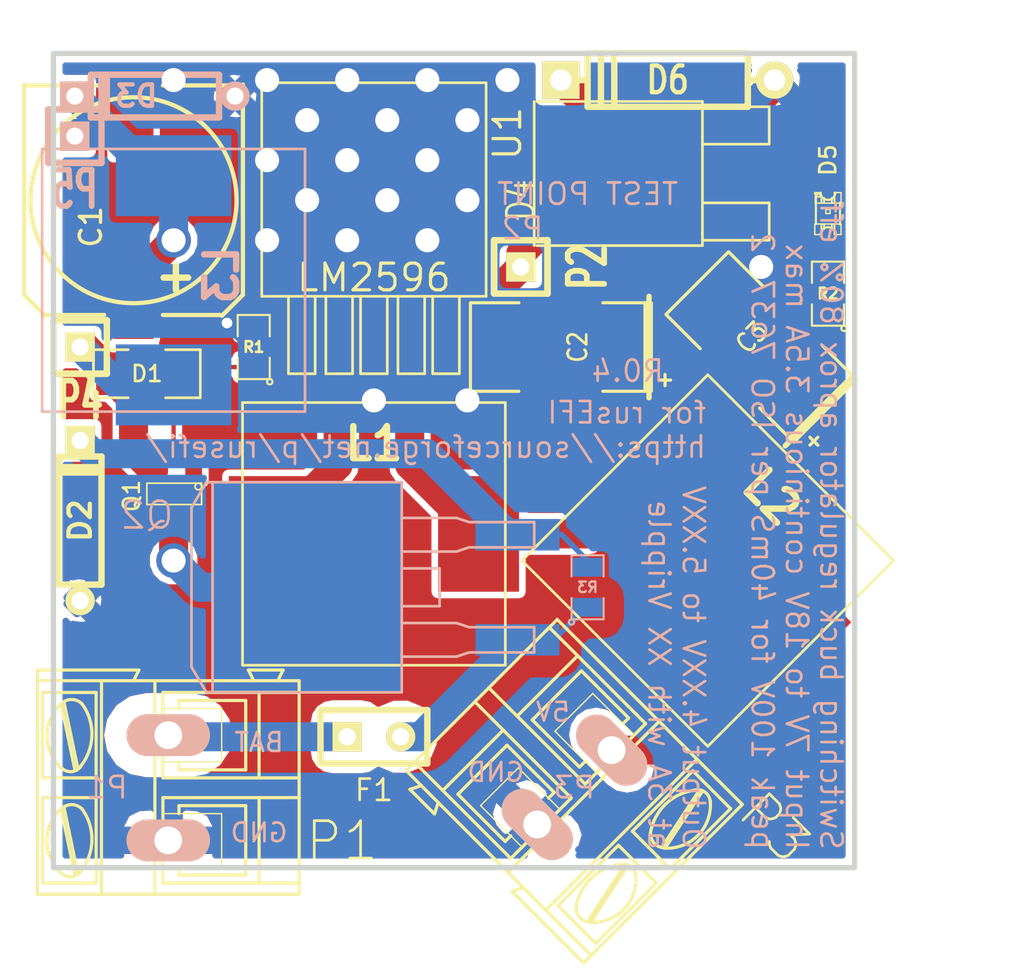
<source format=kicad_pcb>
(kicad_pcb (version 4) (host pcbnew 4.0.1-stable)

  (general
    (links 40)
    (no_connects 0)
    (area 159.457572 92.71 212.697787 141.986)
    (thickness 1.6002)
    (drawings 19)
    (tracks 125)
    (zones 0)
    (modules 24)
    (nets 13)
  )

  (page A)
  (title_block
    (title "PWR buck 12V switcher regulator")
    (rev "R 0.4")
    (company https://sourceforge.net/p/rusefi/)
  )

  (layers
    (0 Front-ext signal)
    (31 Back-ext signal)
    (32 B.Adhes user)
    (33 F.Adhes user)
    (34 B.Paste user)
    (35 F.Paste user)
    (36 B.SilkS user)
    (37 F.SilkS user)
    (38 B.Mask user)
    (39 F.Mask user)
    (40 Dwgs.User user)
    (41 Cmts.User user)
    (42 Eco1.User user)
    (43 Eco2.User user)
    (44 Edge.Cuts user)
  )

  (setup
    (last_trace_width 0.254)
    (user_trace_width 0.254)
    (user_trace_width 0.39116)
    (user_trace_width 0.508)
    (user_trace_width 0.762)
    (user_trace_width 1.38176)
    (user_trace_width 3.6068)
    (user_trace_width 9.3472)
    (trace_clearance 0.1778)
    (zone_clearance 0.3048)
    (zone_45_only no)
    (trace_min 0.1524)
    (segment_width 0.254)
    (edge_width 0.254)
    (via_size 1.016)
    (via_drill 0.508)
    (via_min_size 1.016)
    (via_min_drill 0.3)
    (user_via 1.016 0.508)
    (user_via 1.651 1.143)
    (user_via 3.6322 0.31242)
    (uvia_size 0.762)
    (uvia_drill 0.254)
    (uvias_allowed no)
    (uvia_min_size 0.762)
    (uvia_min_drill 0.254)
    (pcb_text_width 0.4318)
    (pcb_text_size 1.524 2.032)
    (mod_edge_width 0.09906)
    (mod_text_size 1.524 1.524)
    (mod_text_width 0.254)
    (pad_size 1.9812 3.9624)
    (pad_drill 1.3208)
    (pad_to_mask_clearance 0.254)
    (aux_axis_origin 0 0)
    (visible_elements 7FFFFF7F)
    (pcbplotparams
      (layerselection 0x010fc_80000001)
      (usegerberextensions true)
      (excludeedgelayer true)
      (linewidth 0.150000)
      (plotframeref false)
      (viasonmask false)
      (mode 1)
      (useauxorigin false)
      (hpglpennumber 1)
      (hpglpenspeed 20)
      (hpglpendiameter 15)
      (hpglpenoverlay 0)
      (psnegative false)
      (psa4output false)
      (plotreference true)
      (plotvalue true)
      (plotinvisibletext false)
      (padsonsilk false)
      (subtractmaskfromsilk false)
      (outputformat 1)
      (mirror false)
      (drillshape 0)
      (scaleselection 1)
      (outputdirectory gerber/))
  )

  (net 0 "")
  (net 1 /5V-REG)
  (net 2 /FB)
  (net 3 /OUT)
  (net 4 /VBAT)
  (net 5 /Vf)
  (net 6 /Vin)
  (net 7 /Vs1)
  (net 8 /Vs2)
  (net 9 GND)
  (net 10 "Net-(D1-Pad1)")
  (net 11 "Net-(D1-Pad2)")
  (net 12 "Net-(D5-Pad1)")

  (net_class Default "This is the default net class."
    (clearance 0.1778)
    (trace_width 0.2032)
    (via_dia 1.016)
    (via_drill 0.508)
    (uvia_dia 0.762)
    (uvia_drill 0.254)
    (add_net "Net-(D1-Pad1)")
    (add_net "Net-(D5-Pad1)")
  )

  (net_class "10A EXT" ""
    (clearance 0.254)
    (trace_width 3.6068)
    (via_dia 3.6322)
    (via_drill 3.1242)
    (uvia_dia 0.762)
    (uvia_drill 0.254)
  )

  (net_class "10A INT" ""
    (clearance 0.254)
    (trace_width 9.3472)
    (via_dia 3.6322)
    (via_drill 3.1242)
    (uvia_dia 0.762)
    (uvia_drill 0.254)
  )

  (net_class "10A INT MOD" ""
    (clearance 0.254)
    (trace_width 0.254)
    (via_dia 1.016)
    (via_drill 0.508)
    (uvia_dia 0.762)
    (uvia_drill 0.254)
  )

  (net_class "1A EXT" ""
    (clearance 0.254)
    (trace_width 0.254)
    (via_dia 1.016)
    (via_drill 0.508)
    (uvia_dia 0.762)
    (uvia_drill 0.254)
  )

  (net_class "1A INT" ""
    (clearance 0.254)
    (trace_width 0.39116)
    (via_dia 1.016)
    (via_drill 0.508)
    (uvia_dia 0.762)
    (uvia_drill 0.254)
  )

  (net_class "5A EXT" ""
    (clearance 0.1524)
    (trace_width 1.38176)
    (via_dia 1.651)
    (via_drill 1.143)
    (uvia_dia 0.762)
    (uvia_drill 0.254)
    (add_net /5V-REG)
    (add_net /FB)
    (add_net /OUT)
    (add_net /VBAT)
    (add_net /Vs1)
    (add_net /Vs2)
    (add_net GND)
    (add_net "Net-(D1-Pad2)")
  )

  (net_class "5A EXT 200V" ""
    (clearance 1.016)
    (trace_width 1.38176)
    (via_dia 1.651)
    (via_drill 1.143)
    (uvia_dia 0.762)
    (uvia_drill 0.254)
    (add_net /Vf)
    (add_net /Vin)
  )

  (net_class "5A INT" ""
    (clearance 0.254)
    (trace_width 3.6068)
    (via_dia 1.651)
    (via_drill 1.143)
    (uvia_dia 0.762)
    (uvia_drill 0.254)
  )

  (module SIL-1 (layer Back-ext) (tedit 569C1951) (tstamp 569C1921)
    (at 163.576 99.187)
    (descr "Connecteurs 1 pin")
    (tags "CONN DEV")
    (path /56A0E175)
    (fp_text reference P5 (at 0 2.54) (layer B.SilkS)
      (effects (font (size 1.72974 1.08712) (thickness 0.27178)) (justify mirror))
    )
    (fp_text value CONN_1 (at 0 2.54) (layer B.SilkS) hide
      (effects (font (size 1.524 1.016) (thickness 0.254)) (justify mirror))
    )
    (fp_line (start -1.27 -1.27) (end 1.27 -1.27) (layer B.SilkS) (width 0.3175))
    (fp_line (start -1.27 1.27) (end 1.27 1.27) (layer B.SilkS) (width 0.3175))
    (fp_line (start -1.27 -1.27) (end -1.27 1.27) (layer B.SilkS) (width 0.3048))
    (fp_line (start 1.27 1.27) (end 1.27 -1.27) (layer B.SilkS) (width 0.3048))
    (pad 1 thru_hole rect (at 0 0) (size 1.397 1.397) (drill 0.8128) (layers *.Cu *.Mask B.SilkS)
      (net 4 /VBAT))
  )

  (module SM100uH (layer Back-ext) (tedit 569C197D) (tstamp 569BC58D)
    (at 168.275 106.045 90)
    (path /56A0BD42)
    (fp_text reference L3 (at 0.254 2.286 90) (layer B.SilkS)
      (effects (font (thickness 0.3048)) (justify mirror))
    )
    (fp_text value 38uH (at 0.0254 -4.8514 90) (layer B.SilkS) hide
      (effects (font (thickness 0.3048)) (justify mirror))
    )
    (fp_line (start 6.2484 -6.2484) (end -6.2484 -6.2484) (layer B.SilkS) (width 0.127))
    (fp_line (start -6.2484 -6.2484) (end -6.2484 6.2484) (layer B.SilkS) (width 0.127))
    (fp_line (start -6.2484 6.2484) (end 6.2484 6.2484) (layer B.SilkS) (width 0.127))
    (fp_line (start 6.2484 6.2484) (end 6.2484 -6.2484) (layer B.SilkS) (width 0.127))
    (pad 1 smd rect (at -4.97586 0 90) (size 3.85064 5.4991) (layers Back-ext B.Paste B.Mask)
      (net 11 "Net-(D1-Pad2)"))
    (pad 2 smd rect (at 4.97586 0 90) (size 3.85064 5.4991) (layers Back-ext B.Paste B.Mask)
      (net 4 /VBAT))
    (model smd/self_cms_we-pd3.wrl
      (at (xyz 0 0 0))
      (scale (xyz 1 1 1))
      (rotate (xyz 0 0 0))
    )
  )

  (module SM2512 (layer Front-ext) (tedit 539C281D) (tstamp 539C2953)
    (at 186.69 109.22 180)
    (tags "CMS SM")
    (path /5611B0EB)
    (attr smd)
    (fp_text reference C2 (at -0.8001 0 270) (layer F.SilkS)
      (effects (font (size 0.889 0.762) (thickness 0.127)))
    )
    (fp_text value "220uF 16V" (at 0.89916 0 270) (layer F.SilkS) hide
      (effects (font (size 0.889 0.762) (thickness 0.127)))
    )
    (fp_line (start -3.99956 -2.10058) (end -3.99956 2.10058) (layer F.SilkS) (width 0.14986))
    (fp_text user + (at -4.953 -1.524 180) (layer F.SilkS)
      (effects (font (size 0.7 0.7) (thickness 0.15)))
    )
    (fp_line (start -4.30022 -2.10058) (end -4.30022 2.10058) (layer F.SilkS) (width 0.14986))
    (fp_line (start 4.30022 -2.10058) (end 4.30022 2.10058) (layer F.SilkS) (width 0.14986))
    (fp_line (start 1.99644 2.10566) (end 4.28244 2.10566) (layer F.SilkS) (width 0.14986))
    (fp_line (start 4.28244 -2.10566) (end 1.99644 -2.10566) (layer F.SilkS) (width 0.14986))
    (fp_line (start -1.99898 -2.10566) (end -4.28498 -2.10566) (layer F.SilkS) (width 0.14986))
    (fp_line (start -4.28244 2.10566) (end -1.99644 2.10566) (layer F.SilkS) (width 0.14986))
    (pad 1 smd rect (at -2.99974 0 180) (size 1.99898 2.99974) (layers Front-ext F.Paste F.Mask)
      (net 2 /FB))
    (pad 2 smd rect (at 2.99974 0 180) (size 1.99898 2.99974) (layers Front-ext F.Paste F.Mask)
      (net 9 GND))
    (model smd\chip_smd_pol_wide.wrl
      (at (xyz 0 0 0))
      (scale (xyz 0.35 0.35 0.35))
      (rotate (xyz 0 0 0))
    )
  )

  (module SM2512 (layer Front-ext) (tedit 539C27E3) (tstamp 533AADFF)
    (at 196.215 109.22 135)
    (tags "CMS SM")
    (path /5611B0EC)
    (attr smd)
    (fp_text reference C3 (at 0.635 0 225) (layer F.SilkS)
      (effects (font (size 0.889 0.762) (thickness 0.127)))
    )
    (fp_text value "220uF 16V" (at 0.89916 0 225) (layer F.SilkS) hide
      (effects (font (size 0.889 0.762) (thickness 0.127)))
    )
    (fp_line (start -3.99956 -2.10058) (end -3.99956 2.10058) (layer F.SilkS) (width 0.14986))
    (fp_text user + (at -4.939141 -1.347038 135) (layer F.SilkS)
      (effects (font (size 0.7 0.7) (thickness 0.15)))
    )
    (fp_line (start -4.30022 -2.10058) (end -4.30022 2.10058) (layer F.SilkS) (width 0.14986))
    (fp_line (start 4.30022 -2.10058) (end 4.30022 2.10058) (layer F.SilkS) (width 0.14986))
    (fp_line (start 1.99644 2.10566) (end 4.28244 2.10566) (layer F.SilkS) (width 0.14986))
    (fp_line (start 4.28244 -2.10566) (end 1.99644 -2.10566) (layer F.SilkS) (width 0.14986))
    (fp_line (start -1.99898 -2.10566) (end -4.28498 -2.10566) (layer F.SilkS) (width 0.14986))
    (fp_line (start -4.28244 2.10566) (end -1.99644 2.10566) (layer F.SilkS) (width 0.14986))
    (pad 1 smd rect (at -2.99974 0 135) (size 1.99898 2.99974) (layers Front-ext F.Paste F.Mask)
      (net 1 /5V-REG))
    (pad 2 smd rect (at 2.99974 0 135) (size 1.99898 2.99974) (layers Front-ext F.Paste F.Mask)
      (net 9 GND))
    (model smd\chip_smd_pol_wide.wrl
      (at (xyz 0 0 0))
      (scale (xyz 0.35 0.35 0.35))
      (rotate (xyz 0 0 0))
    )
  )

  (module SM100uH (layer Front-ext) (tedit 533B6F22) (tstamp 533AAE09)
    (at 177.8 118.11)
    (path /5611B0E1)
    (fp_text reference L1 (at 0 -4.2926) (layer F.SilkS)
      (effects (font (thickness 0.3048)))
    )
    (fp_text value 38uH (at 0.0254 4.8514) (layer F.SilkS) hide
      (effects (font (thickness 0.3048)))
    )
    (fp_line (start 6.2484 6.2484) (end -6.2484 6.2484) (layer F.SilkS) (width 0.127))
    (fp_line (start -6.2484 6.2484) (end -6.2484 -6.2484) (layer F.SilkS) (width 0.127))
    (fp_line (start -6.2484 -6.2484) (end 6.2484 -6.2484) (layer F.SilkS) (width 0.127))
    (fp_line (start 6.2484 -6.2484) (end 6.2484 6.2484) (layer F.SilkS) (width 0.127))
    (pad 1 smd rect (at -4.97586 0) (size 3.85064 5.4991) (layers Front-ext F.Paste F.Mask)
      (net 3 /OUT))
    (pad 2 smd rect (at 4.97586 0) (size 3.85064 5.4991) (layers Front-ext F.Paste F.Mask)
      (net 2 /FB))
    (model smd/self_cms_we-pd3.wrl
      (at (xyz 0 0 0))
      (scale (xyz 1 1 1))
      (rotate (xyz 0 0 0))
    )
  )

  (module SM100uH (layer Front-ext) (tedit 533B6F1E) (tstamp 533AAE13)
    (at 193.675 119.38 315)
    (path /5611B0E3)
    (fp_text reference L2 (at 0 -4.2926 315) (layer F.SilkS)
      (effects (font (thickness 0.3048)))
    )
    (fp_text value 38uH (at 0.0254 4.8514 315) (layer F.SilkS) hide
      (effects (font (thickness 0.3048)))
    )
    (fp_line (start 6.2484 6.2484) (end -6.2484 6.2484) (layer F.SilkS) (width 0.127))
    (fp_line (start -6.2484 6.2484) (end -6.2484 -6.2484) (layer F.SilkS) (width 0.127))
    (fp_line (start -6.2484 -6.2484) (end 6.2484 -6.2484) (layer F.SilkS) (width 0.127))
    (fp_line (start 6.2484 -6.2484) (end 6.2484 6.2484) (layer F.SilkS) (width 0.127))
    (pad 1 smd rect (at -4.97586 0 315) (size 3.85064 5.4991) (layers Front-ext F.Paste F.Mask)
      (net 2 /FB))
    (pad 2 smd rect (at 4.97586 0 315) (size 3.85064 5.4991) (layers Front-ext F.Paste F.Mask)
      (net 1 /5V-REG))
    (model smd/self_cms_we-pd3.wrl
      (at (xyz 0 0 0))
      (scale (xyz 1 1 1))
      (rotate (xyz 0 0 0))
    )
  )

  (module SM0805 (layer Front-ext) (tedit 533B6FA0) (tstamp 533AAE20)
    (at 199.39 106.68 90)
    (path /5611B0DF)
    (attr smd)
    (fp_text reference R2 (at 0 0 180) (layer F.SilkS)
      (effects (font (size 0.508 0.508) (thickness 0.127)))
    )
    (fp_text value 1k (at 0 0.381 90) (layer F.SilkS) hide
      (effects (font (size 0.50038 0.50038) (thickness 0.10922)))
    )
    (fp_circle (center -1.651 0.762) (end -1.651 0.635) (layer F.SilkS) (width 0.09906))
    (fp_line (start -0.508 0.762) (end -1.524 0.762) (layer F.SilkS) (width 0.09906))
    (fp_line (start -1.524 0.762) (end -1.524 -0.762) (layer F.SilkS) (width 0.09906))
    (fp_line (start -1.524 -0.762) (end -0.508 -0.762) (layer F.SilkS) (width 0.09906))
    (fp_line (start 0.508 -0.762) (end 1.524 -0.762) (layer F.SilkS) (width 0.09906))
    (fp_line (start 1.524 -0.762) (end 1.524 0.762) (layer F.SilkS) (width 0.09906))
    (fp_line (start 1.524 0.762) (end 0.508 0.762) (layer F.SilkS) (width 0.09906))
    (pad 1 smd rect (at -0.9525 0 90) (size 0.889 1.397) (layers Front-ext F.Paste F.Mask)
      (net 2 /FB))
    (pad 2 smd rect (at 0.9525 0 90) (size 0.889 1.397) (layers Front-ext F.Paste F.Mask)
      (net 12 "Net-(D5-Pad1)"))
    (model smd/chip_cms.wrl
      (at (xyz 0 0 0))
      (scale (xyz 0.1 0.1 0.1))
      (rotate (xyz 0 0 0))
    )
  )

  (module LED-0805 (layer Front-ext) (tedit 539C2871) (tstamp 533AAE5B)
    (at 199.39 102.87 90)
    (descr "LED 0805 smd package")
    (tags "LED 0805 SMD")
    (path /5611B0E0)
    (attr smd)
    (fp_text reference D5 (at 2.54 0 90) (layer F.SilkS)
      (effects (font (size 0.762 0.762) (thickness 0.127)))
    )
    (fp_text value LED-grn (at 0 1.27 90) (layer F.SilkS) hide
      (effects (font (size 0.762 0.762) (thickness 0.127)))
    )
    (fp_line (start 0.49784 0.29972) (end 0.49784 0.62484) (layer F.SilkS) (width 0.06604))
    (fp_line (start 0.49784 0.62484) (end 0.99822 0.62484) (layer F.SilkS) (width 0.06604))
    (fp_line (start 0.99822 0.29972) (end 0.99822 0.62484) (layer F.SilkS) (width 0.06604))
    (fp_line (start 0.49784 0.29972) (end 0.99822 0.29972) (layer F.SilkS) (width 0.06604))
    (fp_line (start 0.49784 -0.32258) (end 0.49784 -0.17272) (layer F.SilkS) (width 0.06604))
    (fp_line (start 0.49784 -0.17272) (end 0.7493 -0.17272) (layer F.SilkS) (width 0.06604))
    (fp_line (start 0.7493 -0.32258) (end 0.7493 -0.17272) (layer F.SilkS) (width 0.06604))
    (fp_line (start 0.49784 -0.32258) (end 0.7493 -0.32258) (layer F.SilkS) (width 0.06604))
    (fp_line (start 0.49784 0.17272) (end 0.49784 0.32258) (layer F.SilkS) (width 0.06604))
    (fp_line (start 0.49784 0.32258) (end 0.7493 0.32258) (layer F.SilkS) (width 0.06604))
    (fp_line (start 0.7493 0.17272) (end 0.7493 0.32258) (layer F.SilkS) (width 0.06604))
    (fp_line (start 0.49784 0.17272) (end 0.7493 0.17272) (layer F.SilkS) (width 0.06604))
    (fp_line (start 0.49784 -0.19812) (end 0.49784 0.19812) (layer F.SilkS) (width 0.06604))
    (fp_line (start 0.49784 0.19812) (end 0.6731 0.19812) (layer F.SilkS) (width 0.06604))
    (fp_line (start 0.6731 -0.19812) (end 0.6731 0.19812) (layer F.SilkS) (width 0.06604))
    (fp_line (start 0.49784 -0.19812) (end 0.6731 -0.19812) (layer F.SilkS) (width 0.06604))
    (fp_line (start -0.99822 0.29972) (end -0.99822 0.62484) (layer F.SilkS) (width 0.06604))
    (fp_line (start -0.99822 0.62484) (end -0.49784 0.62484) (layer F.SilkS) (width 0.06604))
    (fp_line (start -0.49784 0.29972) (end -0.49784 0.62484) (layer F.SilkS) (width 0.06604))
    (fp_line (start -0.99822 0.29972) (end -0.49784 0.29972) (layer F.SilkS) (width 0.06604))
    (fp_line (start -0.99822 -0.62484) (end -0.99822 -0.29972) (layer F.SilkS) (width 0.06604))
    (fp_line (start -0.99822 -0.29972) (end -0.49784 -0.29972) (layer F.SilkS) (width 0.06604))
    (fp_line (start -0.49784 -0.62484) (end -0.49784 -0.29972) (layer F.SilkS) (width 0.06604))
    (fp_line (start -0.99822 -0.62484) (end -0.49784 -0.62484) (layer F.SilkS) (width 0.06604))
    (fp_line (start -0.7493 0.17272) (end -0.7493 0.32258) (layer F.SilkS) (width 0.06604))
    (fp_line (start -0.7493 0.32258) (end -0.49784 0.32258) (layer F.SilkS) (width 0.06604))
    (fp_line (start -0.49784 0.17272) (end -0.49784 0.32258) (layer F.SilkS) (width 0.06604))
    (fp_line (start -0.7493 0.17272) (end -0.49784 0.17272) (layer F.SilkS) (width 0.06604))
    (fp_line (start -0.7493 -0.32258) (end -0.7493 -0.17272) (layer F.SilkS) (width 0.06604))
    (fp_line (start -0.7493 -0.17272) (end -0.49784 -0.17272) (layer F.SilkS) (width 0.06604))
    (fp_line (start -0.49784 -0.32258) (end -0.49784 -0.17272) (layer F.SilkS) (width 0.06604))
    (fp_line (start -0.7493 -0.32258) (end -0.49784 -0.32258) (layer F.SilkS) (width 0.06604))
    (fp_line (start -0.6731 -0.19812) (end -0.6731 0.19812) (layer F.SilkS) (width 0.06604))
    (fp_line (start -0.6731 0.19812) (end -0.49784 0.19812) (layer F.SilkS) (width 0.06604))
    (fp_line (start -0.49784 -0.19812) (end -0.49784 0.19812) (layer F.SilkS) (width 0.06604))
    (fp_line (start -0.6731 -0.19812) (end -0.49784 -0.19812) (layer F.SilkS) (width 0.06604))
    (fp_line (start 0 -0.09906) (end 0 0.09906) (layer F.SilkS) (width 0.06604))
    (fp_line (start 0 0.09906) (end 0.19812 0.09906) (layer F.SilkS) (width 0.06604))
    (fp_line (start 0.19812 -0.09906) (end 0.19812 0.09906) (layer F.SilkS) (width 0.06604))
    (fp_line (start 0 -0.09906) (end 0.19812 -0.09906) (layer F.SilkS) (width 0.06604))
    (fp_line (start 0.49784 -0.59944) (end 0.49784 -0.29972) (layer F.SilkS) (width 0.06604))
    (fp_line (start 0.49784 -0.29972) (end 0.79756 -0.29972) (layer F.SilkS) (width 0.06604))
    (fp_line (start 0.79756 -0.59944) (end 0.79756 -0.29972) (layer F.SilkS) (width 0.06604))
    (fp_line (start 0.49784 -0.59944) (end 0.79756 -0.59944) (layer F.SilkS) (width 0.06604))
    (fp_line (start 0.92456 -0.62484) (end 0.92456 -0.39878) (layer F.SilkS) (width 0.06604))
    (fp_line (start 0.92456 -0.39878) (end 0.99822 -0.39878) (layer F.SilkS) (width 0.06604))
    (fp_line (start 0.99822 -0.62484) (end 0.99822 -0.39878) (layer F.SilkS) (width 0.06604))
    (fp_line (start 0.92456 -0.62484) (end 0.99822 -0.62484) (layer F.SilkS) (width 0.06604))
    (fp_line (start 0.52324 0.57404) (end -0.52324 0.57404) (layer F.SilkS) (width 0.1016))
    (fp_line (start -0.49784 -0.57404) (end 0.92456 -0.57404) (layer F.SilkS) (width 0.1016))
    (fp_circle (center 0.84836 -0.44958) (end 0.89916 -0.50038) (layer F.SilkS) (width 0.0508))
    (fp_arc (start 0.99822 0) (end 0.99822 0.34798) (angle 180) (layer F.SilkS) (width 0.1016))
    (fp_arc (start -0.99822 0) (end -0.99822 -0.34798) (angle 180) (layer F.SilkS) (width 0.1016))
    (pad 1 smd rect (at -1.04902 0 90) (size 1.19888 1.19888) (layers Front-ext F.Paste F.Mask)
      (net 12 "Net-(D5-Pad1)"))
    (pad 2 smd rect (at 1.04902 0 90) (size 1.19888 1.19888) (layers Front-ext F.Paste F.Mask)
      (net 9 GND))
  )

  (module DPAK5 (layer Front-ext) (tedit 533B6F57) (tstamp 533AAE79)
    (at 177.8 109.22)
    (tags "CMS DPACK")
    (path /5611B0E2)
    (fp_text reference U1 (at 6.35 -10.16 90) (layer F.SilkS)
      (effects (font (size 1.27 1.27) (thickness 0.1524)))
    )
    (fp_text value LM2596 (at 0 -3.302) (layer F.SilkS)
      (effects (font (size 1.27 1.27) (thickness 0.1524)))
    )
    (fp_line (start 2.794 -2.413) (end 2.794 1.27) (layer F.SilkS) (width 0.127))
    (fp_line (start 2.794 1.27) (end 4.064 1.27) (layer F.SilkS) (width 0.127))
    (fp_line (start 4.064 1.27) (end 4.064 -2.413) (layer F.SilkS) (width 0.127))
    (fp_line (start 1.143 -2.413) (end 1.143 1.27) (layer F.SilkS) (width 0.127))
    (fp_line (start 1.143 1.27) (end 2.413 1.27) (layer F.SilkS) (width 0.127))
    (fp_line (start 2.413 1.27) (end 2.413 -2.413) (layer F.SilkS) (width 0.127))
    (fp_line (start -0.635 -2.413) (end -0.635 1.27) (layer F.SilkS) (width 0.127))
    (fp_line (start -0.635 1.27) (end 0.635 1.27) (layer F.SilkS) (width 0.127))
    (fp_line (start 0.635 1.27) (end 0.635 -2.413) (layer F.SilkS) (width 0.127))
    (fp_line (start -2.286 -2.413) (end -2.286 1.27) (layer F.SilkS) (width 0.127))
    (fp_line (start -2.286 1.27) (end -1.143 1.27) (layer F.SilkS) (width 0.127))
    (fp_line (start -1.143 1.27) (end -1.016 1.27) (layer F.SilkS) (width 0.127))
    (fp_line (start -1.016 1.27) (end -1.016 -2.413) (layer F.SilkS) (width 0.127))
    (fp_line (start -4.064 -2.413) (end -4.064 1.27) (layer F.SilkS) (width 0.127))
    (fp_line (start -4.064 1.27) (end -2.794 1.27) (layer F.SilkS) (width 0.127))
    (fp_line (start -2.794 1.27) (end -2.794 -2.413) (layer F.SilkS) (width 0.127))
    (fp_line (start -5.334 -2.413) (end 5.334 -2.413) (layer F.SilkS) (width 0.127))
    (fp_line (start 5.334 -2.413) (end 5.334 -12.573) (layer F.SilkS) (width 0.127))
    (fp_line (start 5.334 -12.573) (end -5.334 -12.573) (layer F.SilkS) (width 0.127))
    (fp_line (start -5.334 -12.573) (end -5.334 -2.413) (layer F.SilkS) (width 0.127))
    (pad 1 smd rect (at -3.4036 0) (size 1.0668 2.286) (layers Front-ext F.Paste F.Mask)
      (net 4 /VBAT))
    (pad 3 smd rect (at 0 -8.763) (size 10.668 8.89) (layers Front-ext F.Paste F.Mask)
      (net 9 GND))
    (pad 3 smd rect (at 0 0) (size 1.0668 2.286) (layers Front-ext F.Paste F.Mask)
      (net 9 GND))
    (pad 2 smd rect (at -1.7018 0) (size 1.0668 2.286) (layers Front-ext F.Paste F.Mask)
      (net 3 /OUT))
    (pad 4 smd rect (at 1.7018 0) (size 1.0668 2.286) (layers Front-ext F.Paste F.Mask)
      (net 2 /FB))
    (pad 5 smd rect (at 3.4036 0) (size 1.0668 2.286) (layers Front-ext F.Paste F.Mask)
      (net 9 GND))
    (model smd/dpack_5.wrl
      (at (xyz 0 0 0))
      (scale (xyz 1 1 1))
      (rotate (xyz 0 0 0))
    )
  )

  (module DPAK2 (layer Front-ext) (tedit 533B7023) (tstamp 533B125E)
    (at 194.945 100.965 90)
    (descr "MOS boitier DPACK G-D-S")
    (tags "CMD DPACK")
    (path /5611B0E4)
    (attr smd)
    (fp_text reference D4 (at -1.27 -10.16 90) (layer F.SilkS)
      (effects (font (size 1.27 1.016) (thickness 0.127)))
    )
    (fp_text value SCHDPAK (at 0 -2.413 90) (layer F.SilkS) hide
      (effects (font (size 1.016 1.016) (thickness 0.2032)))
    )
    (fp_line (start 1.397 -1.524) (end 1.397 1.651) (layer F.SilkS) (width 0.127))
    (fp_line (start 1.397 1.651) (end 3.175 1.651) (layer F.SilkS) (width 0.127))
    (fp_line (start 3.175 1.651) (end 3.175 -1.524) (layer F.SilkS) (width 0.127))
    (fp_line (start -3.175 -1.524) (end -3.175 1.651) (layer F.SilkS) (width 0.127))
    (fp_line (start -3.175 1.651) (end -1.397 1.651) (layer F.SilkS) (width 0.127))
    (fp_line (start -1.397 1.651) (end -1.397 -1.524) (layer F.SilkS) (width 0.127))
    (fp_line (start 3.429 -7.62) (end 3.429 -1.524) (layer F.SilkS) (width 0.127))
    (fp_line (start 3.429 -1.524) (end -3.429 -1.524) (layer F.SilkS) (width 0.127))
    (fp_line (start -3.429 -1.524) (end -3.429 -9.398) (layer F.SilkS) (width 0.127))
    (fp_line (start -3.429 -9.525) (end 3.429 -9.525) (layer F.SilkS) (width 0.127))
    (fp_line (start 3.429 -9.398) (end 3.429 -7.62) (layer F.SilkS) (width 0.127))
    (pad 1 smd rect (at -2.286 0 90) (size 1.651 3.048) (layers Front-ext F.Paste F.Mask)
      (net 9 GND))
    (pad 2 smd rect (at 0 -6.35 90) (size 6.096 6.096) (layers Front-ext F.Paste F.Mask)
      (net 3 /OUT))
    (pad 3 smd rect (at 2.286 0 90) (size 1.651 3.048) (layers Front-ext F.Paste F.Mask)
      (net 9 GND))
    (model smd/dpack_2.wrl
      (at (xyz 0 0 0))
      (scale (xyz 1 1 1))
      (rotate (xyz 0 0 0))
    )
  )

  (module SMDSVP10 (layer Front-ext) (tedit 569C1945) (tstamp 533A91F4)
    (at 166.37 102.235 90)
    (path /5611B0DE)
    (attr smd)
    (fp_text reference C1 (at -1.27 -2.032 90) (layer F.SilkS)
      (effects (font (size 1.016 1.00076) (thickness 0.15748)))
    )
    (fp_text value "330uF 35V" (at 0 2.79908 90) (layer F.SilkS) hide
      (effects (font (size 1.016 1.00076) (thickness 0.2032)))
    )
    (fp_line (start -5.461 4.191) (end -5.461 1.397) (layer F.SilkS) (width 0.2032))
    (fp_line (start -5.461 -4.191) (end -5.461 -1.397) (layer F.SilkS) (width 0.2032))
    (fp_line (start 5.461 5.207) (end 5.461 1.397) (layer F.SilkS) (width 0.2032))
    (fp_line (start 5.461 -5.207) (end 5.461 -1.397) (layer F.SilkS) (width 0.2032))
    (fp_text user + (at -3.683 1.905 90) (layer F.SilkS)
      (effects (font (thickness 0.3048)))
    )
    (fp_circle (center 0 0) (end 4.89966 0) (layer F.SilkS) (width 0.2032))
    (fp_line (start 5.4991 -5.19938) (end -4.50088 -5.19938) (layer F.SilkS) (width 0.2032))
    (fp_line (start -4.50088 -5.19938) (end -5.4991 -4.20116) (layer F.SilkS) (width 0.2032))
    (fp_line (start -5.4991 4.20116) (end -4.50088 5.19938) (layer F.SilkS) (width 0.2032))
    (fp_line (start -4.50088 5.19938) (end 5.4991 5.19938) (layer F.SilkS) (width 0.2032))
    (pad 1 smd rect (at -4.39928 0 90) (size 4.39928 1.89992) (layers Front-ext F.Paste F.Mask)
      (net 4 /VBAT))
    (pad 2 smd rect (at 4.30022 0 90) (size 4.39928 1.89992) (layers Front-ext F.Paste F.Mask)
      (net 9 GND))
    (model smd\capacitors\c_elec_10x10_5.wrl
      (at (xyz 0 0 0.001))
      (scale (xyz 1 1 1))
      (rotate (xyz 0 0 0))
    )
  )

  (module SM0805 (layer Front-ext) (tedit 533B6F99) (tstamp 533A9B6E)
    (at 172.085 109.22 90)
    (path /5611B0E7)
    (attr smd)
    (fp_text reference R1 (at 0 0 180) (layer F.SilkS)
      (effects (font (size 0.508 0.508) (thickness 0.127)))
    )
    (fp_text value 39k (at 0 0.381 90) (layer F.SilkS) hide
      (effects (font (size 0.50038 0.50038) (thickness 0.10922)))
    )
    (fp_circle (center -1.651 0.762) (end -1.651 0.635) (layer F.SilkS) (width 0.09906))
    (fp_line (start -0.508 0.762) (end -1.524 0.762) (layer F.SilkS) (width 0.09906))
    (fp_line (start -1.524 0.762) (end -1.524 -0.762) (layer F.SilkS) (width 0.09906))
    (fp_line (start -1.524 -0.762) (end -0.508 -0.762) (layer F.SilkS) (width 0.09906))
    (fp_line (start 0.508 -0.762) (end 1.524 -0.762) (layer F.SilkS) (width 0.09906))
    (fp_line (start 1.524 -0.762) (end 1.524 0.762) (layer F.SilkS) (width 0.09906))
    (fp_line (start 1.524 0.762) (end 0.508 0.762) (layer F.SilkS) (width 0.09906))
    (pad 1 smd rect (at -0.9525 0 90) (size 0.889 1.397) (layers Front-ext F.Paste F.Mask)
      (net 10 "Net-(D1-Pad1)"))
    (pad 2 smd rect (at 0.9525 0 90) (size 0.889 1.397) (layers Front-ext F.Paste F.Mask)
      (net 9 GND))
    (model smd/chip_cms.wrl
      (at (xyz 0 0 0))
      (scale (xyz 0.1 0.1 0.1))
      (rotate (xyz 0 0 0))
    )
  )

  (module SIL-1 (layer Front-ext) (tedit 533B6F3D) (tstamp 533AADCB)
    (at 184.785 105.41 90)
    (descr "Connecteurs 1 pin")
    (tags "CONN DEV")
    (path /5611B0DD)
    (fp_text reference P2 (at 0 3.175 90) (layer F.SilkS)
      (effects (font (size 1.72974 1.08712) (thickness 0.27178)))
    )
    (fp_text value CONN_1 (at 0 -2.54 90) (layer F.SilkS) hide
      (effects (font (size 1.524 1.016) (thickness 0.254)))
    )
    (fp_line (start -1.27 1.27) (end 1.27 1.27) (layer F.SilkS) (width 0.3175))
    (fp_line (start -1.27 -1.27) (end 1.27 -1.27) (layer F.SilkS) (width 0.3175))
    (fp_line (start -1.27 1.27) (end -1.27 -1.27) (layer F.SilkS) (width 0.3048))
    (fp_line (start 1.27 -1.27) (end 1.27 1.27) (layer F.SilkS) (width 0.3048))
    (pad 1 thru_hole rect (at 0 0 90) (size 1.397 1.397) (drill 0.8128) (layers *.Cu *.Mask F.SilkS)
      (net 3 /OUT))
  )

  (module SM1206 (layer Front-ext) (tedit 42806E24) (tstamp 533C27B9)
    (at 167.005 110.49 180)
    (path /5611B0E8)
    (attr smd)
    (fp_text reference D1 (at 0 0 180) (layer F.SilkS)
      (effects (font (size 0.762 0.762) (thickness 0.127)))
    )
    (fp_text value 7.5V (at 0 0 180) (layer F.SilkS) hide
      (effects (font (size 0.762 0.762) (thickness 0.127)))
    )
    (fp_line (start -2.54 -1.143) (end -2.54 1.143) (layer F.SilkS) (width 0.127))
    (fp_line (start -2.54 1.143) (end -0.889 1.143) (layer F.SilkS) (width 0.127))
    (fp_line (start 0.889 -1.143) (end 2.54 -1.143) (layer F.SilkS) (width 0.127))
    (fp_line (start 2.54 -1.143) (end 2.54 1.143) (layer F.SilkS) (width 0.127))
    (fp_line (start 2.54 1.143) (end 0.889 1.143) (layer F.SilkS) (width 0.127))
    (fp_line (start -0.889 -1.143) (end -2.54 -1.143) (layer F.SilkS) (width 0.127))
    (pad 1 smd rect (at -1.651 0 180) (size 1.524 2.032) (layers Front-ext F.Paste F.Mask)
      (net 10 "Net-(D1-Pad1)"))
    (pad 2 smd rect (at 1.651 0 180) (size 1.524 2.032) (layers Front-ext F.Paste F.Mask)
      (net 11 "Net-(D1-Pad2)"))
    (model smd/chip_cms.wrl
      (at (xyz 0 0 0))
      (scale (xyz 0.17 0.16 0.16))
      (rotate (xyz 0 0 0))
    )
  )

  (module SOT23 (layer Front-ext) (tedit 533B6FCD) (tstamp 533BF37F)
    (at 168.275 116.205 180)
    (tags SOT23)
    (path /5611B0E6)
    (fp_text reference Q1 (at 1.99898 -0.09906 270) (layer F.SilkS)
      (effects (font (size 0.762 0.762) (thickness 0.11938)))
    )
    (fp_text value 20V (at 0.0635 0 180) (layer F.SilkS) hide
      (effects (font (size 0.50038 0.50038) (thickness 0.09906)))
    )
    (fp_circle (center -1.17602 0.35052) (end -1.30048 0.44958) (layer F.SilkS) (width 0.07874))
    (fp_line (start 1.27 -0.508) (end 1.27 0.508) (layer F.SilkS) (width 0.07874))
    (fp_line (start -1.3335 -0.508) (end -1.3335 0.508) (layer F.SilkS) (width 0.07874))
    (fp_line (start 1.27 0.508) (end -1.3335 0.508) (layer F.SilkS) (width 0.07874))
    (fp_line (start -1.3335 -0.508) (end 1.27 -0.508) (layer F.SilkS) (width 0.07874))
    (pad 3 smd rect (at 0 -1.09982 180) (size 0.8001 1.00076) (layers Front-ext F.Paste F.Mask)
      (net 8 /Vs2))
    (pad 2 smd rect (at 0.9525 1.09982 180) (size 0.8001 1.00076) (layers Front-ext F.Paste F.Mask)
      (net 11 "Net-(D1-Pad2)"))
    (pad 1 smd rect (at -0.9525 1.09982 180) (size 0.8001 1.00076) (layers Front-ext F.Paste F.Mask)
      (net 10 "Net-(D1-Pad1)"))
    (model smd\SOT23_3.wrl
      (at (xyz 0 0 0))
      (scale (xyz 0.4 0.4 0.4))
      (rotate (xyz 0 0 180))
    )
  )

  (module D4 (layer Front-ext) (tedit 200000) (tstamp 533C26A0)
    (at 191.77 96.52 180)
    (descr "Diode 4 pas")
    (tags "DIODE DEV")
    (path /5611B0EA)
    (fp_text reference D6 (at 0 0 180) (layer F.SilkS)
      (effects (font (size 1.27 1.016) (thickness 0.2032)))
    )
    (fp_text value DIODESCH (at 0 0 180) (layer F.SilkS) hide
      (effects (font (size 1.27 1.016) (thickness 0.2032)))
    )
    (fp_line (start -3.81 -1.27) (end 3.81 -1.27) (layer F.SilkS) (width 0.3048))
    (fp_line (start 3.81 -1.27) (end 3.81 1.27) (layer F.SilkS) (width 0.3048))
    (fp_line (start 3.81 1.27) (end -3.81 1.27) (layer F.SilkS) (width 0.3048))
    (fp_line (start -3.81 1.27) (end -3.81 -1.27) (layer F.SilkS) (width 0.3048))
    (fp_line (start 3.175 -1.27) (end 3.175 1.27) (layer F.SilkS) (width 0.3048))
    (fp_line (start 2.54 1.27) (end 2.54 -1.27) (layer F.SilkS) (width 0.3048))
    (fp_line (start -3.81 0) (end -5.08 0) (layer F.SilkS) (width 0.3048))
    (fp_line (start 3.81 0) (end 5.08 0) (layer F.SilkS) (width 0.3048))
    (pad 1 thru_hole circle (at -5.08 0 180) (size 1.778 1.778) (drill 1.016) (layers *.Cu *.Mask F.SilkS)
      (net 9 GND))
    (pad 2 thru_hole rect (at 5.08 0 180) (size 1.778 1.778) (drill 1.016) (layers *.Cu *.Mask F.SilkS)
      (net 3 /OUT))
    (model discret/diode.wrl
      (at (xyz 0 0 0))
      (scale (xyz 0.4 0.4 0.4))
      (rotate (xyz 0 0 0))
    )
  )

  (module AK300-2 (layer Front-ext) (tedit 539C6042) (tstamp 533B1242)
    (at 168.021 130.175 90)
    (descr CONNECTOR)
    (tags CONNECTOR)
    (path /5611B0CA)
    (attr virtual)
    (fp_text reference P1 (at -2.54 8.255 180) (layer F.SilkS)
      (effects (font (size 1.778 1.778) (thickness 0.127)))
    )
    (fp_text value CONN_2 (at 0.254 7.747 90) (layer F.SilkS) hide
      (effects (font (size 1.778 1.778) (thickness 0.0889)))
    )
    (fp_line (start -3.7846 2.54) (end -1.2446 2.54) (layer F.SilkS) (width 0.06604))
    (fp_line (start -1.2446 2.54) (end -1.2446 -0.254) (layer F.SilkS) (width 0.06604))
    (fp_line (start -3.7846 -0.254) (end -1.2446 -0.254) (layer F.SilkS) (width 0.06604))
    (fp_line (start -3.7846 2.54) (end -3.7846 -0.254) (layer F.SilkS) (width 0.06604))
    (fp_line (start 1.2192 2.54) (end 3.7592 2.54) (layer F.SilkS) (width 0.06604))
    (fp_line (start 3.7592 2.54) (end 3.7592 -0.254) (layer F.SilkS) (width 0.06604))
    (fp_line (start 1.2192 -0.254) (end 3.7592 -0.254) (layer F.SilkS) (width 0.06604))
    (fp_line (start 1.2192 2.54) (end 1.2192 -0.254) (layer F.SilkS) (width 0.06604))
    (fp_line (start 5.08 -6.223) (end 5.08 -3.175) (layer F.SilkS) (width 0.1524))
    (fp_line (start 5.08 -6.223) (end -5.08 -6.223) (layer F.SilkS) (width 0.1524))
    (fp_line (start 5.08 -6.223) (end 5.588 -6.223) (layer F.SilkS) (width 0.1524))
    (fp_line (start 5.588 -6.223) (end 5.588 -1.397) (layer F.SilkS) (width 0.1524))
    (fp_line (start 5.588 -1.397) (end 5.08 -1.651) (layer F.SilkS) (width 0.1524))
    (fp_line (start 5.588 5.461) (end 5.08 5.207) (layer F.SilkS) (width 0.1524))
    (fp_line (start 5.08 5.207) (end 5.08 6.223) (layer F.SilkS) (width 0.1524))
    (fp_line (start 5.588 3.81) (end 5.08 4.064) (layer F.SilkS) (width 0.1524))
    (fp_line (start 5.08 4.064) (end 5.08 5.207) (layer F.SilkS) (width 0.1524))
    (fp_line (start 5.588 3.81) (end 5.588 5.461) (layer F.SilkS) (width 0.1524))
    (fp_line (start 0.4572 6.223) (end 0.4572 4.318) (layer F.SilkS) (width 0.1524))
    (fp_line (start 4.5212 -0.254) (end 4.5212 4.318) (layer F.SilkS) (width 0.1524))
    (fp_line (start 0.4572 6.223) (end 4.5212 6.223) (layer F.SilkS) (width 0.1524))
    (fp_line (start 4.5212 6.223) (end 5.08 6.223) (layer F.SilkS) (width 0.1524))
    (fp_line (start -0.4826 6.223) (end -0.4826 4.318) (layer F.SilkS) (width 0.1524))
    (fp_line (start -0.4826 6.223) (end 0.4572 6.223) (layer F.SilkS) (width 0.1524))
    (fp_line (start -4.5466 -0.254) (end -4.5466 4.318) (layer F.SilkS) (width 0.1524))
    (fp_line (start -5.08 6.223) (end -4.5466 6.223) (layer F.SilkS) (width 0.1524))
    (fp_line (start -4.5466 6.223) (end -0.4826 6.223) (layer F.SilkS) (width 0.1524))
    (fp_line (start 0.4572 4.318) (end 4.5212 4.318) (layer F.SilkS) (width 0.1524))
    (fp_line (start 0.4572 4.318) (end 0.4572 -0.254) (layer F.SilkS) (width 0.1524))
    (fp_line (start 4.5212 4.318) (end 4.5212 6.223) (layer F.SilkS) (width 0.1524))
    (fp_line (start -0.4826 4.318) (end -4.5466 4.318) (layer F.SilkS) (width 0.1524))
    (fp_line (start -0.4826 4.318) (end -0.4826 -0.254) (layer F.SilkS) (width 0.1524))
    (fp_line (start -4.5466 4.318) (end -4.5466 6.223) (layer F.SilkS) (width 0.1524))
    (fp_line (start 4.1402 3.683) (end 4.1402 0.508) (layer F.SilkS) (width 0.1524))
    (fp_line (start 4.1402 3.683) (end 0.8382 3.683) (layer F.SilkS) (width 0.1524))
    (fp_line (start 0.8382 3.683) (end 0.8382 0.508) (layer F.SilkS) (width 0.1524))
    (fp_line (start -0.8636 3.683) (end -0.8636 0.508) (layer F.SilkS) (width 0.1524))
    (fp_line (start -0.8636 3.683) (end -4.1656 3.683) (layer F.SilkS) (width 0.1524))
    (fp_line (start -4.1656 3.683) (end -4.1656 0.508) (layer F.SilkS) (width 0.1524))
    (fp_line (start -4.1656 0.508) (end -3.7846 0.508) (layer F.SilkS) (width 0.1524))
    (fp_line (start -0.8636 0.508) (end -1.2446 0.508) (layer F.SilkS) (width 0.1524))
    (fp_line (start 0.8382 0.508) (end 1.2192 0.508) (layer F.SilkS) (width 0.1524))
    (fp_line (start 4.1402 0.508) (end 3.7592 0.508) (layer F.SilkS) (width 0.1524))
    (fp_line (start -5.08 6.223) (end -5.08 -0.635) (layer F.SilkS) (width 0.1524))
    (fp_line (start -5.08 -0.635) (end -5.08 -3.175) (layer F.SilkS) (width 0.1524))
    (fp_line (start 5.08 -1.651) (end 5.08 -0.635) (layer F.SilkS) (width 0.1524))
    (fp_line (start 5.08 -0.635) (end 5.08 4.064) (layer F.SilkS) (width 0.1524))
    (fp_line (start -5.08 -3.175) (end 5.08 -3.175) (layer F.SilkS) (width 0.1524))
    (fp_line (start -5.08 -3.175) (end -5.08 -6.223) (layer F.SilkS) (width 0.1524))
    (fp_line (start 5.08 -3.175) (end 5.08 -1.651) (layer F.SilkS) (width 0.1524))
    (fp_line (start 0.4572 -3.429) (end 0.4572 -5.969) (layer F.SilkS) (width 0.1524))
    (fp_line (start 0.4572 -5.969) (end 4.5212 -5.969) (layer F.SilkS) (width 0.1524))
    (fp_line (start 4.5212 -5.969) (end 4.5212 -3.429) (layer F.SilkS) (width 0.1524))
    (fp_line (start 4.5212 -3.429) (end 0.4572 -3.429) (layer F.SilkS) (width 0.1524))
    (fp_line (start -0.4826 -3.429) (end -0.4826 -5.969) (layer F.SilkS) (width 0.1524))
    (fp_line (start -0.4826 -3.429) (end -4.5466 -3.429) (layer F.SilkS) (width 0.1524))
    (fp_line (start -4.5466 -3.429) (end -4.5466 -5.969) (layer F.SilkS) (width 0.1524))
    (fp_line (start -0.4826 -5.969) (end -4.5466 -5.969) (layer F.SilkS) (width 0.1524))
    (fp_line (start 0.8636 -4.445) (end 3.9116 -5.08) (layer F.SilkS) (width 0.1524))
    (fp_line (start 0.9906 -4.318) (end 4.0386 -4.953) (layer F.SilkS) (width 0.1524))
    (fp_line (start -4.1402 -4.445) (end -1.08966 -5.08) (layer F.SilkS) (width 0.1524))
    (fp_line (start -4.0132 -4.318) (end -0.9652 -4.953) (layer F.SilkS) (width 0.1524))
    (fp_line (start -4.5466 -0.254) (end -4.1656 -0.254) (layer F.SilkS) (width 0.1524))
    (fp_line (start -0.4826 -0.254) (end -0.8636 -0.254) (layer F.SilkS) (width 0.1524))
    (fp_line (start -0.8636 -0.254) (end -4.1656 -0.254) (layer F.SilkS) (width 0.1524))
    (fp_line (start -5.08 -0.635) (end -4.1656 -0.635) (layer F.SilkS) (width 0.1524))
    (fp_line (start -4.1656 -0.635) (end -0.8636 -0.635) (layer F.SilkS) (width 0.1524))
    (fp_line (start -0.8636 -0.635) (end 0.8382 -0.635) (layer F.SilkS) (width 0.1524))
    (fp_line (start 5.08 -0.635) (end 4.1402 -0.635) (layer F.SilkS) (width 0.1524))
    (fp_line (start 4.1402 -0.635) (end 0.8382 -0.635) (layer F.SilkS) (width 0.1524))
    (fp_line (start 4.5212 -0.254) (end 4.1402 -0.254) (layer F.SilkS) (width 0.1524))
    (fp_line (start 0.4572 -0.254) (end 0.8382 -0.254) (layer F.SilkS) (width 0.1524))
    (fp_line (start 0.8382 -0.254) (end 4.1402 -0.254) (layer F.SilkS) (width 0.1524))
    (fp_arc (start 3.5052 -4.59486) (end 4.01066 -5.05206) (angle 90.5) (layer F.SilkS) (width 0.1524))
    (fp_arc (start 2.54 -6.0706) (end 4.00304 -4.11734) (angle 75.5) (layer F.SilkS) (width 0.1524))
    (fp_arc (start 2.46126 -3.7084) (end 0.8636 -5.0038) (angle 100) (layer F.SilkS) (width 0.1524))
    (fp_arc (start 1.3462 -4.64566) (end 1.05664 -4.1275) (angle 104.2) (layer F.SilkS) (width 0.1524))
    (fp_arc (start -1.4986 -4.59486) (end -0.9906 -5.05206) (angle 90.5) (layer F.SilkS) (width 0.1524))
    (fp_arc (start -2.46126 -6.0706) (end -0.99822 -4.11734) (angle 75.5) (layer F.SilkS) (width 0.1524))
    (fp_arc (start -2.53746 -3.7084) (end -4.1402 -5.0038) (angle 100) (layer F.SilkS) (width 0.1524))
    (fp_arc (start -3.6576 -4.64566) (end -3.94462 -4.1275) (angle 104.2) (layer F.SilkS) (width 0.1524))
    (pad 1 thru_hole oval (at -2.5146 0 90) (size 1.9812 3.9624) (drill 1.3208) (layers *.Cu *.Paste *.SilkS *.Mask)
      (net 9 GND))
    (pad 2 thru_hole oval (at 2.4892 0 90) (size 1.9812 3.9624) (drill 1.3208) (layers *.Cu *.Paste *.SilkS *.Mask)
      (net 6 /Vin))
  )

  (module AK300-2 (layer Front-ext) (tedit 539C6030) (tstamp 533B124C)
    (at 187.325 130.175 225)
    (descr CONNECTOR)
    (tags CONNECTOR)
    (path /5611B0CC)
    (attr virtual)
    (fp_text reference P3 (at -5.388154 -8.082231 315) (layer F.SilkS)
      (effects (font (size 1.778 1.778) (thickness 0.127)))
    )
    (fp_text value CONN_2 (at 0.254 7.747 225) (layer F.SilkS) hide
      (effects (font (size 1.778 1.778) (thickness 0.0889)))
    )
    (fp_line (start -3.7846 2.54) (end -1.2446 2.54) (layer F.SilkS) (width 0.06604))
    (fp_line (start -1.2446 2.54) (end -1.2446 -0.254) (layer F.SilkS) (width 0.06604))
    (fp_line (start -3.7846 -0.254) (end -1.2446 -0.254) (layer F.SilkS) (width 0.06604))
    (fp_line (start -3.7846 2.54) (end -3.7846 -0.254) (layer F.SilkS) (width 0.06604))
    (fp_line (start 1.2192 2.54) (end 3.7592 2.54) (layer F.SilkS) (width 0.06604))
    (fp_line (start 3.7592 2.54) (end 3.7592 -0.254) (layer F.SilkS) (width 0.06604))
    (fp_line (start 1.2192 -0.254) (end 3.7592 -0.254) (layer F.SilkS) (width 0.06604))
    (fp_line (start 1.2192 2.54) (end 1.2192 -0.254) (layer F.SilkS) (width 0.06604))
    (fp_line (start 5.08 -6.223) (end 5.08 -3.175) (layer F.SilkS) (width 0.1524))
    (fp_line (start 5.08 -6.223) (end -5.08 -6.223) (layer F.SilkS) (width 0.1524))
    (fp_line (start 5.08 -6.223) (end 5.588 -6.223) (layer F.SilkS) (width 0.1524))
    (fp_line (start 5.588 -6.223) (end 5.588 -1.397) (layer F.SilkS) (width 0.1524))
    (fp_line (start 5.588 -1.397) (end 5.08 -1.651) (layer F.SilkS) (width 0.1524))
    (fp_line (start 5.588 5.461) (end 5.08 5.207) (layer F.SilkS) (width 0.1524))
    (fp_line (start 5.08 5.207) (end 5.08 6.223) (layer F.SilkS) (width 0.1524))
    (fp_line (start 5.588 3.81) (end 5.08 4.064) (layer F.SilkS) (width 0.1524))
    (fp_line (start 5.08 4.064) (end 5.08 5.207) (layer F.SilkS) (width 0.1524))
    (fp_line (start 5.588 3.81) (end 5.588 5.461) (layer F.SilkS) (width 0.1524))
    (fp_line (start 0.4572 6.223) (end 0.4572 4.318) (layer F.SilkS) (width 0.1524))
    (fp_line (start 4.5212 -0.254) (end 4.5212 4.318) (layer F.SilkS) (width 0.1524))
    (fp_line (start 0.4572 6.223) (end 4.5212 6.223) (layer F.SilkS) (width 0.1524))
    (fp_line (start 4.5212 6.223) (end 5.08 6.223) (layer F.SilkS) (width 0.1524))
    (fp_line (start -0.4826 6.223) (end -0.4826 4.318) (layer F.SilkS) (width 0.1524))
    (fp_line (start -0.4826 6.223) (end 0.4572 6.223) (layer F.SilkS) (width 0.1524))
    (fp_line (start -4.5466 -0.254) (end -4.5466 4.318) (layer F.SilkS) (width 0.1524))
    (fp_line (start -5.08 6.223) (end -4.5466 6.223) (layer F.SilkS) (width 0.1524))
    (fp_line (start -4.5466 6.223) (end -0.4826 6.223) (layer F.SilkS) (width 0.1524))
    (fp_line (start 0.4572 4.318) (end 4.5212 4.318) (layer F.SilkS) (width 0.1524))
    (fp_line (start 0.4572 4.318) (end 0.4572 -0.254) (layer F.SilkS) (width 0.1524))
    (fp_line (start 4.5212 4.318) (end 4.5212 6.223) (layer F.SilkS) (width 0.1524))
    (fp_line (start -0.4826 4.318) (end -4.5466 4.318) (layer F.SilkS) (width 0.1524))
    (fp_line (start -0.4826 4.318) (end -0.4826 -0.254) (layer F.SilkS) (width 0.1524))
    (fp_line (start -4.5466 4.318) (end -4.5466 6.223) (layer F.SilkS) (width 0.1524))
    (fp_line (start 4.1402 3.683) (end 4.1402 0.508) (layer F.SilkS) (width 0.1524))
    (fp_line (start 4.1402 3.683) (end 0.8382 3.683) (layer F.SilkS) (width 0.1524))
    (fp_line (start 0.8382 3.683) (end 0.8382 0.508) (layer F.SilkS) (width 0.1524))
    (fp_line (start -0.8636 3.683) (end -0.8636 0.508) (layer F.SilkS) (width 0.1524))
    (fp_line (start -0.8636 3.683) (end -4.1656 3.683) (layer F.SilkS) (width 0.1524))
    (fp_line (start -4.1656 3.683) (end -4.1656 0.508) (layer F.SilkS) (width 0.1524))
    (fp_line (start -4.1656 0.508) (end -3.7846 0.508) (layer F.SilkS) (width 0.1524))
    (fp_line (start -0.8636 0.508) (end -1.2446 0.508) (layer F.SilkS) (width 0.1524))
    (fp_line (start 0.8382 0.508) (end 1.2192 0.508) (layer F.SilkS) (width 0.1524))
    (fp_line (start 4.1402 0.508) (end 3.7592 0.508) (layer F.SilkS) (width 0.1524))
    (fp_line (start -5.08 6.223) (end -5.08 -0.635) (layer F.SilkS) (width 0.1524))
    (fp_line (start -5.08 -0.635) (end -5.08 -3.175) (layer F.SilkS) (width 0.1524))
    (fp_line (start 5.08 -1.651) (end 5.08 -0.635) (layer F.SilkS) (width 0.1524))
    (fp_line (start 5.08 -0.635) (end 5.08 4.064) (layer F.SilkS) (width 0.1524))
    (fp_line (start -5.08 -3.175) (end 5.08 -3.175) (layer F.SilkS) (width 0.1524))
    (fp_line (start -5.08 -3.175) (end -5.08 -6.223) (layer F.SilkS) (width 0.1524))
    (fp_line (start 5.08 -3.175) (end 5.08 -1.651) (layer F.SilkS) (width 0.1524))
    (fp_line (start 0.4572 -3.429) (end 0.4572 -5.969) (layer F.SilkS) (width 0.1524))
    (fp_line (start 0.4572 -5.969) (end 4.5212 -5.969) (layer F.SilkS) (width 0.1524))
    (fp_line (start 4.5212 -5.969) (end 4.5212 -3.429) (layer F.SilkS) (width 0.1524))
    (fp_line (start 4.5212 -3.429) (end 0.4572 -3.429) (layer F.SilkS) (width 0.1524))
    (fp_line (start -0.4826 -3.429) (end -0.4826 -5.969) (layer F.SilkS) (width 0.1524))
    (fp_line (start -0.4826 -3.429) (end -4.5466 -3.429) (layer F.SilkS) (width 0.1524))
    (fp_line (start -4.5466 -3.429) (end -4.5466 -5.969) (layer F.SilkS) (width 0.1524))
    (fp_line (start -0.4826 -5.969) (end -4.5466 -5.969) (layer F.SilkS) (width 0.1524))
    (fp_line (start 0.8636 -4.445) (end 3.9116 -5.08) (layer F.SilkS) (width 0.1524))
    (fp_line (start 0.9906 -4.318) (end 4.0386 -4.953) (layer F.SilkS) (width 0.1524))
    (fp_line (start -4.1402 -4.445) (end -1.08966 -5.08) (layer F.SilkS) (width 0.1524))
    (fp_line (start -4.0132 -4.318) (end -0.9652 -4.953) (layer F.SilkS) (width 0.1524))
    (fp_line (start -4.5466 -0.254) (end -4.1656 -0.254) (layer F.SilkS) (width 0.1524))
    (fp_line (start -0.4826 -0.254) (end -0.8636 -0.254) (layer F.SilkS) (width 0.1524))
    (fp_line (start -0.8636 -0.254) (end -4.1656 -0.254) (layer F.SilkS) (width 0.1524))
    (fp_line (start -5.08 -0.635) (end -4.1656 -0.635) (layer F.SilkS) (width 0.1524))
    (fp_line (start -4.1656 -0.635) (end -0.8636 -0.635) (layer F.SilkS) (width 0.1524))
    (fp_line (start -0.8636 -0.635) (end 0.8382 -0.635) (layer F.SilkS) (width 0.1524))
    (fp_line (start 5.08 -0.635) (end 4.1402 -0.635) (layer F.SilkS) (width 0.1524))
    (fp_line (start 4.1402 -0.635) (end 0.8382 -0.635) (layer F.SilkS) (width 0.1524))
    (fp_line (start 4.5212 -0.254) (end 4.1402 -0.254) (layer F.SilkS) (width 0.1524))
    (fp_line (start 0.4572 -0.254) (end 0.8382 -0.254) (layer F.SilkS) (width 0.1524))
    (fp_line (start 0.8382 -0.254) (end 4.1402 -0.254) (layer F.SilkS) (width 0.1524))
    (fp_arc (start 3.5052 -4.59486) (end 4.01066 -5.05206) (angle 90.5) (layer F.SilkS) (width 0.1524))
    (fp_arc (start 2.54 -6.0706) (end 4.00304 -4.11734) (angle 75.5) (layer F.SilkS) (width 0.1524))
    (fp_arc (start 2.46126 -3.7084) (end 0.8636 -5.0038) (angle 100) (layer F.SilkS) (width 0.1524))
    (fp_arc (start 1.3462 -4.64566) (end 1.05664 -4.1275) (angle 104.2) (layer F.SilkS) (width 0.1524))
    (fp_arc (start -1.4986 -4.59486) (end -0.9906 -5.05206) (angle 90.5) (layer F.SilkS) (width 0.1524))
    (fp_arc (start -2.46126 -6.0706) (end -0.99822 -4.11734) (angle 75.5) (layer F.SilkS) (width 0.1524))
    (fp_arc (start -2.53746 -3.7084) (end -4.1402 -5.0038) (angle 100) (layer F.SilkS) (width 0.1524))
    (fp_arc (start -3.6576 -4.64566) (end -3.94462 -4.1275) (angle 104.2) (layer F.SilkS) (width 0.1524))
    (pad 1 thru_hole oval (at -2.5146 0 225) (size 1.9812 3.9624) (drill 1.3208) (layers *.Cu *.Paste *.SilkS *.Mask)
      (net 1 /5V-REG))
    (pad 2 thru_hole oval (at 2.4892 0 225) (size 1.9812 3.9624) (drill 1.3208) (layers *.Cu *.Paste *.SilkS *.Mask)
      (net 9 GND))
  )

  (module D3 (layer Back-ext) (tedit 569C198F) (tstamp 533A9BD0)
    (at 167.386 97.282 180)
    (descr "Diode 3 pas")
    (tags "DIODE DEV")
    (path /5611B0F3)
    (fp_text reference D3 (at 0.889 0 180) (layer B.SilkS)
      (effects (font (size 1.016 1.016) (thickness 0.2032)) (justify mirror))
    )
    (fp_text value 24V (at 0 0 180) (layer B.SilkS) hide
      (effects (font (size 1.016 1.016) (thickness 0.2032)) (justify mirror))
    )
    (fp_line (start 3.81 0) (end 3.048 0) (layer B.SilkS) (width 0.3048))
    (fp_line (start 3.048 0) (end 3.048 1.016) (layer B.SilkS) (width 0.3048))
    (fp_line (start 3.048 1.016) (end -3.048 1.016) (layer B.SilkS) (width 0.3048))
    (fp_line (start -3.048 1.016) (end -3.048 0) (layer B.SilkS) (width 0.3048))
    (fp_line (start -3.048 0) (end -3.81 0) (layer B.SilkS) (width 0.3048))
    (fp_line (start -3.048 0) (end -3.048 -1.016) (layer B.SilkS) (width 0.3048))
    (fp_line (start -3.048 -1.016) (end 3.048 -1.016) (layer B.SilkS) (width 0.3048))
    (fp_line (start 3.048 -1.016) (end 3.048 0) (layer B.SilkS) (width 0.3048))
    (fp_line (start 2.54 1.016) (end 2.54 -1.016) (layer B.SilkS) (width 0.3048))
    (fp_line (start 2.286 -1.016) (end 2.286 1.016) (layer B.SilkS) (width 0.3048))
    (pad 2 thru_hole rect (at 3.81 0 180) (size 1.397 1.397) (drill 0.8128) (layers *.Cu *.Mask B.SilkS)
      (net 4 /VBAT))
    (pad 1 thru_hole circle (at -3.81 0 180) (size 1.397 1.397) (drill 0.8128) (layers *.Cu *.Mask B.SilkS)
      (net 9 GND))
    (model discret/diode.wrl
      (at (xyz 0 0 0))
      (scale (xyz 0.3 0.3 0.3))
      (rotate (xyz 0 0 0))
    )
  )

  (module D3 (layer Front-ext) (tedit 200000) (tstamp 533AADE3)
    (at 163.83 117.475 90)
    (descr "Diode 3 pas")
    (tags "DIODE DEV")
    (path /5611B0F0)
    (fp_text reference D2 (at 0 0 90) (layer F.SilkS)
      (effects (font (size 1.016 1.016) (thickness 0.2032)))
    )
    (fp_text value 14V (at 0 0 90) (layer F.SilkS) hide
      (effects (font (size 1.016 1.016) (thickness 0.2032)))
    )
    (fp_line (start 3.81 0) (end 3.048 0) (layer F.SilkS) (width 0.3048))
    (fp_line (start 3.048 0) (end 3.048 -1.016) (layer F.SilkS) (width 0.3048))
    (fp_line (start 3.048 -1.016) (end -3.048 -1.016) (layer F.SilkS) (width 0.3048))
    (fp_line (start -3.048 -1.016) (end -3.048 0) (layer F.SilkS) (width 0.3048))
    (fp_line (start -3.048 0) (end -3.81 0) (layer F.SilkS) (width 0.3048))
    (fp_line (start -3.048 0) (end -3.048 1.016) (layer F.SilkS) (width 0.3048))
    (fp_line (start -3.048 1.016) (end 3.048 1.016) (layer F.SilkS) (width 0.3048))
    (fp_line (start 3.048 1.016) (end 3.048 0) (layer F.SilkS) (width 0.3048))
    (fp_line (start 2.54 -1.016) (end 2.54 1.016) (layer F.SilkS) (width 0.3048))
    (fp_line (start 2.286 1.016) (end 2.286 -1.016) (layer F.SilkS) (width 0.3048))
    (pad 2 thru_hole rect (at 3.81 0 90) (size 1.397 1.397) (drill 0.8128) (layers *.Cu *.Mask F.SilkS)
      (net 7 /Vs1))
    (pad 1 thru_hole circle (at -3.81 0 90) (size 1.397 1.397) (drill 0.8128) (layers *.Cu *.Mask F.SilkS)
      (net 9 GND))
    (model discret/diode.wrl
      (at (xyz 0 0 0))
      (scale (xyz 0.3 0.3 0.3))
      (rotate (xyz 0 0 0))
    )
  )

  (module SIL-2 (layer Front-ext) (tedit 5341B91B) (tstamp 533A9201)
    (at 177.8 127.762)
    (descr "Connecteurs 2 pins")
    (tags "CONN DEV")
    (path /5611B0E9)
    (fp_text reference F1 (at 0 2.54) (layer F.SilkS)
      (effects (font (size 1.016 1.016) (thickness 0.127)))
    )
    (fp_text value 5A (at 0 -2.54) (layer F.SilkS) hide
      (effects (font (size 1.524 1.016) (thickness 0.3048)))
    )
    (fp_line (start -2.54 1.27) (end -2.54 -1.27) (layer F.SilkS) (width 0.3048))
    (fp_line (start -2.54 -1.27) (end 2.54 -1.27) (layer F.SilkS) (width 0.3048))
    (fp_line (start 2.54 -1.27) (end 2.54 1.27) (layer F.SilkS) (width 0.3048))
    (fp_line (start 2.54 1.27) (end -2.54 1.27) (layer F.SilkS) (width 0.3048))
    (pad 1 thru_hole rect (at -1.27 0) (size 1.397 1.397) (drill 0.8128) (layers *.Cu *.Mask F.SilkS)
      (net 6 /Vin))
    (pad 2 thru_hole circle (at 1.27 0) (size 1.397 1.397) (drill 0.8128) (layers *.Cu *.Mask F.SilkS)
      (net 5 /Vf))
  )

  (module SM0805 (layer Back-ext) (tedit 5611AFFF) (tstamp 5611AFC5)
    (at 187.96 120.65 90)
    (path /5611B0F1)
    (attr smd)
    (fp_text reference R3 (at 0 0 360) (layer B.SilkS)
      (effects (font (size 0.50038 0.50038) (thickness 0.10922)) (justify mirror))
    )
    (fp_text value 100k (at 0 -0.381 90) (layer B.SilkS) hide
      (effects (font (size 0.50038 0.50038) (thickness 0.10922)) (justify mirror))
    )
    (fp_circle (center -1.651 -0.762) (end -1.651 -0.635) (layer B.SilkS) (width 0.09906))
    (fp_line (start -0.508 -0.762) (end -1.524 -0.762) (layer B.SilkS) (width 0.09906))
    (fp_line (start -1.524 -0.762) (end -1.524 0.762) (layer B.SilkS) (width 0.09906))
    (fp_line (start -1.524 0.762) (end -0.508 0.762) (layer B.SilkS) (width 0.09906))
    (fp_line (start 0.508 0.762) (end 1.524 0.762) (layer B.SilkS) (width 0.09906))
    (fp_line (start 1.524 0.762) (end 1.524 -0.762) (layer B.SilkS) (width 0.09906))
    (fp_line (start 1.524 -0.762) (end 0.508 -0.762) (layer B.SilkS) (width 0.09906))
    (pad 1 smd rect (at -0.9525 0 90) (size 0.889 1.397) (layers Back-ext B.Paste B.Mask)
      (net 5 /Vf))
    (pad 2 smd rect (at 0.9525 0 90) (size 0.889 1.397) (layers Back-ext B.Paste B.Mask)
      (net 7 /Vs1))
    (model smd/chip_cms.wrl
      (at (xyz 0 0 0))
      (scale (xyz 0.1 0.1 0.1))
      (rotate (xyz 0 0 0))
    )
  )

  (module SIL-1 (layer Front-ext) (tedit 4C5EAF64) (tstamp 5611AFCE)
    (at 163.83 109.22 180)
    (descr "Connecteurs 1 pin")
    (tags "CONN DEV")
    (path /5611B0EE)
    (fp_text reference P4 (at 0 -2.54 180) (layer F.SilkS)
      (effects (font (size 1.72974 1.08712) (thickness 0.27178)))
    )
    (fp_text value CONN_1 (at 0 -2.54 180) (layer F.SilkS) hide
      (effects (font (size 1.524 1.016) (thickness 0.254)))
    )
    (fp_line (start -1.27 1.27) (end 1.27 1.27) (layer F.SilkS) (width 0.3175))
    (fp_line (start -1.27 -1.27) (end 1.27 -1.27) (layer F.SilkS) (width 0.3175))
    (fp_line (start -1.27 1.27) (end -1.27 -1.27) (layer F.SilkS) (width 0.3048))
    (fp_line (start 1.27 -1.27) (end 1.27 1.27) (layer F.SilkS) (width 0.3048))
    (pad 1 thru_hole rect (at 0 0 180) (size 1.397 1.397) (drill 0.8128) (layers *.Cu *.Mask F.SilkS)
      (net 11 "Net-(D1-Pad2)"))
  )

  (module m-pad-2.1-TO-263AB (layer Back-ext) (tedit 56A0B68D) (tstamp 5611B0A4)
    (at 174.625 120.65 270)
    (descr "FAIRCHILD'S TO-263AB/D2PAK PACKAGE DIMENSIONS")
    (tags "FAIRCHILD'S TO-263AB/D2PAK PACKAGE DIMENSIONS")
    (path /5611B0EF)
    (attr smd)
    (fp_text reference Q2 (at -3.429 7.62 360) (layer B.SilkS)
      (effects (font (size 1.27 1.27) (thickness 0.127)) (justify mirror))
    )
    (fp_text value 200V (at 1.905 7.62 360) (layer B.SilkS) hide
      (effects (font (size 1.27 1.27) (thickness 0.0889)) (justify mirror))
    )
    (fp_line (start -4.99872 -4.49834) (end -3.29946 -4.49834) (layer B.SilkS) (width 0.127))
    (fp_line (start -3.29946 -4.49834) (end -1.69926 -4.49834) (layer B.SilkS) (width 0.127))
    (fp_line (start -1.69926 -4.49834) (end -0.89916 -4.49834) (layer B.SilkS) (width 0.127))
    (fp_line (start -0.89916 -4.49834) (end 0.89916 -4.49834) (layer B.SilkS) (width 0.127))
    (fp_line (start 0.89916 -4.49834) (end 1.69926 -4.49834) (layer B.SilkS) (width 0.127))
    (fp_line (start 1.69926 -4.49834) (end 3.29946 -4.49834) (layer B.SilkS) (width 0.127))
    (fp_line (start 3.29946 -4.49834) (end 4.99872 -4.49834) (layer B.SilkS) (width 0.127))
    (fp_line (start 4.99872 -4.49834) (end 4.99872 4.49834) (layer B.SilkS) (width 0.127))
    (fp_line (start 4.99872 4.49834) (end -4.99872 4.49834) (layer B.SilkS) (width 0.127))
    (fp_line (start -4.99872 4.49834) (end -4.99872 -4.49834) (layer B.SilkS) (width 0.127))
    (fp_line (start -4.99872 4.49834) (end -4.99872 4.79044) (layer B.SilkS) (width 0.127))
    (fp_line (start -4.99872 4.79044) (end -3.79222 5.4991) (layer B.SilkS) (width 0.127))
    (fp_line (start -3.79222 5.4991) (end 3.79222 5.4991) (layer B.SilkS) (width 0.127))
    (fp_line (start 3.79222 5.4991) (end 4.99872 4.79044) (layer B.SilkS) (width 0.127))
    (fp_line (start 4.99872 4.79044) (end 4.99872 4.49834) (layer B.SilkS) (width 0.127))
    (fp_line (start -0.89916 -4.49834) (end -0.89916 -6.2992) (layer B.SilkS) (width 0.127))
    (fp_line (start -0.89916 -6.2992) (end 0.89916 -6.2992) (layer B.SilkS) (width 0.127))
    (fp_line (start 0.89916 -6.2992) (end 0.89916 -4.49834) (layer B.SilkS) (width 0.127))
    (fp_line (start -3.29946 -4.49834) (end -3.29946 -7.0993) (layer B.SilkS) (width 0.127))
    (fp_line (start -3.29946 -7.0993) (end -3.0988 -7.69874) (layer B.SilkS) (width 0.127))
    (fp_line (start -3.0988 -7.69874) (end -3.0988 -10.79754) (layer B.SilkS) (width 0.127))
    (fp_line (start -3.0988 -10.79754) (end -1.89992 -10.79754) (layer B.SilkS) (width 0.127))
    (fp_line (start -1.89992 -10.79754) (end -1.89992 -7.69874) (layer B.SilkS) (width 0.127))
    (fp_line (start -1.89992 -7.69874) (end -1.69926 -7.0993) (layer B.SilkS) (width 0.127))
    (fp_line (start -1.69926 -7.0993) (end -1.69926 -4.49834) (layer B.SilkS) (width 0.127))
    (fp_line (start 1.69926 -4.49834) (end 1.69926 -7.0993) (layer B.SilkS) (width 0.127))
    (fp_line (start 1.69926 -7.0993) (end 1.89992 -7.69874) (layer B.SilkS) (width 0.127))
    (fp_line (start 1.89992 -7.69874) (end 1.89992 -10.79754) (layer B.SilkS) (width 0.127))
    (fp_line (start 1.89992 -10.79754) (end 3.0988 -10.79754) (layer B.SilkS) (width 0.127))
    (fp_line (start 3.0988 -10.79754) (end 3.0988 -7.69874) (layer B.SilkS) (width 0.127))
    (fp_line (start 3.0988 -7.69874) (end 3.29946 -7.0993) (layer B.SilkS) (width 0.127))
    (fp_line (start 3.29946 -7.0993) (end 3.29946 -4.49834) (layer B.SilkS) (width 0.127))
    (pad 2 smd rect (at 0 0 270) (size 9.99998 8.99922) (layers Back-ext B.Paste B.Mask)
      (net 8 /Vs2))
    (pad 1 smd rect (at -2.49936 -9.99998 270) (size 1.4986 3.99796) (layers Back-ext B.Paste B.Mask)
      (net 7 /Vs1))
    (pad 3 smd rect (at 2.49936 -9.99998 270) (size 1.4986 3.99796) (layers Back-ext B.Paste B.Mask)
      (net 5 /Vf))
  )

  (gr_line (start 200.66 110.617) (end 200.66 110.49) (angle 90) (layer F.SilkS) (width 0.254))
  (gr_line (start 197.358 113.919) (end 200.66 110.617) (angle 90) (layer F.SilkS) (width 0.254))
  (gr_line (start 190.881 106.807) (end 190.881 111.633) (angle 90) (layer F.SilkS) (width 0.254))
  (dimension 38.1 (width 0.381) (layer Cmts.User)
    (gr_text "1.5000 in" (at 181.61 140.207999) (layer Cmts.User)
      (effects (font (size 2.032 1.524) (thickness 0.381)))
    )
    (feature1 (pts (xy 162.56 134.62) (xy 162.56 141.985999)))
    (feature2 (pts (xy 200.66 134.62) (xy 200.66 141.985999)))
    (crossbar (pts (xy 200.66 138.429999) (xy 162.56 138.429999)))
    (arrow1a (pts (xy 162.56 138.429999) (xy 163.686503 137.843579)))
    (arrow1b (pts (xy 162.56 138.429999) (xy 163.686503 139.016419)))
    (arrow2a (pts (xy 200.66 138.429999) (xy 199.533497 137.843579)))
    (arrow2b (pts (xy 200.66 138.429999) (xy 199.533497 139.016419)))
  )
  (dimension 38.735 (width 0.381) (layer Cmts.User)
    (gr_text "1.5250 in" (at 206.882999 114.6175 270) (layer Cmts.User)
      (effects (font (size 2.032 1.524) (thickness 0.381)))
    )
    (feature1 (pts (xy 201.295 133.985) (xy 208.660999 133.985)))
    (feature2 (pts (xy 201.295 95.25) (xy 208.660999 95.25)))
    (crossbar (pts (xy 205.104999 95.25) (xy 205.104999 133.985)))
    (arrow1a (pts (xy 205.104999 133.985) (xy 204.518579 132.858497)))
    (arrow1b (pts (xy 205.104999 133.985) (xy 205.691419 132.858497)))
    (arrow2a (pts (xy 205.104999 95.25) (xy 204.518579 96.376503)))
    (arrow2b (pts (xy 205.104999 95.25) (xy 205.691419 96.376503)))
  )
  (gr_line (start 162.56 125.095) (end 162.56 133.985) (angle 90) (layer Edge.Cuts) (width 0.254))
  (gr_line (start 200.66 125.095) (end 200.66 133.985) (angle 90) (layer Edge.Cuts) (width 0.254))
  (gr_text "5V\n\n        GND\n" (at 186.309 128.016) (layer B.SilkS)
    (effects (font (size 0.889 0.889) (thickness 0.127)) (justify mirror))
  )
  (gr_text "BAT\n\n\nGND" (at 172.339 130.175) (layer B.SilkS)
    (effects (font (size 0.889 0.889) (thickness 0.127)) (justify mirror))
  )
  (gr_text "Switching buck regulator aprox 80% eff\nInput 7V to 18V continious 3.5A max\npeak 100V for 40mS per ISO 7637-2\n\nOutput 4.XXV to 5.XXV \nat 3A with XX Vripple " (at 195.453 133.223 270) (layer B.SilkS)
    (effects (font (size 1.016 1.016) (thickness 0.127)) (justify left mirror))
  )
  (gr_text "for rusEFI\nhttps://sourceforge.net/p/rusefi/" (at 193.675 113.157) (layer B.SilkS)
    (effects (font (size 1.016 1.016) (thickness 0.127)) (justify left mirror))
  )
  (gr_text R0.4 (at 189.865 110.363) (layer B.SilkS)
    (effects (font (size 1.016 1.016) (thickness 0.127)) (justify mirror))
  )
  (gr_text P3 (at 187.325 130.175) (layer B.SilkS)
    (effects (font (size 1.016 1.016) (thickness 0.127)) (justify mirror))
  )
  (gr_text "TEST POINT\n        P2\n\n\n" (at 187.96 104.394) (layer B.SilkS)
    (effects (font (size 1.016 1.016) (thickness 0.127)) (justify mirror))
  )
  (gr_text P1 (at 165.1 130.175) (layer B.SilkS)
    (effects (font (size 1.016 1.016) (thickness 0.127)) (justify mirror))
  )
  (gr_line (start 162.56 95.25) (end 200.66 95.25) (angle 90) (layer Edge.Cuts) (width 0.254))
  (gr_line (start 200.66 133.985) (end 162.56 133.985) (angle 90) (layer Edge.Cuts) (width 0.254))
  (gr_line (start 200.66 95.25) (end 200.66 125.095) (angle 90) (layer Edge.Cuts) (width 0.254))
  (gr_line (start 162.56 125.095) (end 162.56 95.25) (angle 90) (layer Edge.Cuts) (width 0.254))

  (segment (start 198.336136 111.341136) (end 198.336136 121.755792) (width 1.38176) (layer Front-ext) (net 1))
  (segment (start 198.336136 121.755792) (end 197.193464 122.898464) (width 1.38176) (layer Front-ext) (net 1) (tstamp 539C29B5))
  (segment (start 189.103091 128.396909) (end 191.695019 128.396909) (width 1.38176) (layer Front-ext) (net 1))
  (segment (start 191.695019 128.396909) (end 197.193464 122.898464) (width 1.38176) (layer Front-ext) (net 1) (tstamp 539C29B2))
  (segment (start 197.8025 107.6325) (end 199.39 107.6325) (width 1.38176) (layer Front-ext) (net 2) (tstamp 539C29B9))
  (segment (start 190.156536 115.861536) (end 190.156536 115.278464) (width 1.38176) (layer Front-ext) (net 2))
  (segment (start 190.156536 115.278464) (end 197.8025 107.6325) (width 1.38176) (layer Front-ext) (net 2) (tstamp 539C29B8))
  (segment (start 189.68974 109.22) (end 189.68974 115.39474) (width 1.38176) (layer Front-ext) (net 2))
  (segment (start 189.68974 115.39474) (end 190.156536 115.861536) (width 1.38176) (layer Front-ext) (net 2) (tstamp 539C29AF))
  (segment (start 182.77586 118.11) (end 187.908072 118.11) (width 1.38176) (layer Front-ext) (net 2))
  (segment (start 187.908072 118.11) (end 190.156536 115.861536) (width 1.38176) (layer Front-ext) (net 2) (tstamp 539C29AC))
  (segment (start 182.77586 118.11) (end 179.5018 114.83594) (width 1.38176) (layer Front-ext) (net 2))
  (segment (start 179.5018 114.83594) (end 179.5018 109.22) (width 1.38176) (layer Front-ext) (net 2) (tstamp 533C288D))
  (segment (start 188.595 100.965) (end 184.785 104.775) (width 1.38176) (layer Front-ext) (net 3))
  (segment (start 184.785 104.775) (end 184.785 105.41) (width 1.38176) (layer Front-ext) (net 3) (tstamp 533C287F))
  (segment (start 184.785 105.41) (end 183.515 106.68) (width 1.38176) (layer Front-ext) (net 3))
  (segment (start 183.515 106.68) (end 176.784 106.68) (width 1.38176) (layer Front-ext) (net 3) (tstamp 533C2878))
  (segment (start 176.784 106.68) (end 176.022 107.442) (width 1.38176) (layer Front-ext) (net 3) (tstamp 533C2879))
  (segment (start 176.022 107.442) (end 176.022 109.1438) (width 1.38176) (layer Front-ext) (net 3) (tstamp 533C287A))
  (segment (start 176.022 109.1438) (end 176.0982 109.22) (width 1.38176) (layer Front-ext) (net 3) (tstamp 533C287B))
  (segment (start 172.82414 118.11) (end 176.0982 114.83594) (width 1.38176) (layer Front-ext) (net 3))
  (segment (start 176.0982 114.83594) (end 176.0982 109.22) (width 1.38176) (layer Front-ext) (net 3) (tstamp 533C2869))
  (segment (start 186.69 96.52) (end 188.595 98.425) (width 1.38176) (layer Front-ext) (net 3))
  (segment (start 188.595 98.425) (end 188.595 100.965) (width 1.38176) (layer Front-ext) (net 3) (tstamp 533C2846))
  (segment (start 168.275 101.06914) (end 167.36314 101.06914) (width 1.38176) (layer Back-ext) (net 4))
  (segment (start 167.36314 101.06914) (end 165.354 99.06) (width 1.38176) (layer Back-ext) (net 4) (tstamp 569C1964))
  (segment (start 165.354 99.06) (end 163.576 99.06) (width 1.38176) (layer Back-ext) (net 4) (tstamp 569C1966))
  (segment (start 167.36314 101.06914) (end 163.576 97.282) (width 1.38176) (layer Back-ext) (net 4) (tstamp 569BC7E1))
  (segment (start 166.37 106.63428) (end 166.37 106.045) (width 1.38176) (layer Front-ext) (net 4))
  (segment (start 166.37 106.045) (end 168.275 104.14) (width 1.38176) (layer Front-ext) (net 4) (tstamp 569BC732))
  (segment (start 168.275 104.14) (end 168.275 101.06914) (width 1.38176) (layer Back-ext) (net 4) (tstamp 569BC735))
  (via (at 168.275 104.14) (size 1.651) (drill 1.143) (layers Front-ext Back-ext) (net 4))
  (segment (start 174.3964 109.22) (end 174.3964 107.7214) (width 1.38176) (layer Front-ext) (net 4))
  (segment (start 173.30928 106.63428) (end 166.37 106.63428) (width 1.38176) (layer Front-ext) (net 4) (tstamp 533C27CC))
  (segment (start 174.3964 107.7214) (end 173.30928 106.63428) (width 1.38176) (layer Front-ext) (net 4) (tstamp 533C27CB))
  (segment (start 187.96 121.6025) (end 187.8965 121.6025) (width 0.254) (layer Back-ext) (net 5))
  (segment (start 187.8965 121.6025) (end 186.34964 123.14936) (width 0.254) (layer Back-ext) (net 5) (tstamp 56A0B4FD))
  (segment (start 186.34964 123.14936) (end 184.62498 123.14936) (width 0.254) (layer Back-ext) (net 5) (tstamp 56A0B501))
  (segment (start 180.01234 127.762) (end 184.62498 123.14936) (width 1.38176) (layer Back-ext) (net 5) (tstamp 56A0B490))
  (segment (start 179.07 127.762) (end 180.01234 127.762) (width 1.38176) (layer Back-ext) (net 5))
  (segment (start 176.53 127.762) (end 168.0972 127.762) (width 1.38176) (layer Back-ext) (net 6))
  (segment (start 168.0972 127.762) (end 168.021 127.6858) (width 1.38176) (layer Back-ext) (net 6) (tstamp 56A0B477))
  (segment (start 184.62498 118.15064) (end 186.73064 118.15064) (width 0.254) (layer Back-ext) (net 7))
  (segment (start 186.73064 118.15064) (end 187.96 119.38) (width 0.254) (layer Back-ext) (net 7) (tstamp 56A0B510))
  (segment (start 187.96 119.38) (end 187.96 119.6975) (width 0.254) (layer Back-ext) (net 7) (tstamp 56A0B513))
  (segment (start 184.62498 118.15064) (end 184.19064 118.15064) (width 1.38176) (layer Back-ext) (net 7))
  (segment (start 164.465 114.3) (end 163.83 113.665) (width 1.38176) (layer Back-ext) (net 7) (tstamp 5611B17F))
  (segment (start 180.34 114.3) (end 164.465 114.3) (width 1.38176) (layer Back-ext) (net 7) (tstamp 5611B17E))
  (segment (start 184.19064 118.15064) (end 180.34 114.3) (width 1.38176) (layer Back-ext) (net 7) (tstamp 5611B17D))
  (segment (start 174.625 120.65) (end 169.545 120.65) (width 1.38176) (layer Back-ext) (net 8))
  (segment (start 168.275 119.38) (end 168.275 117.30482) (width 1.38176) (layer Front-ext) (net 8) (tstamp 5611B153))
  (via (at 168.275 119.38) (size 1.651) (layers Front-ext Back-ext) (net 8))
  (segment (start 169.545 120.65) (end 168.275 119.38) (width 1.38176) (layer Back-ext) (net 8) (tstamp 5611B14D))
  (segment (start 172.085 108.2675) (end 171.0055 108.2675) (width 0.254) (layer Front-ext) (net 9))
  (via (at 170.815 108.077) (size 1.016) (drill 0.508) (layers Front-ext Back-ext) (net 9))
  (segment (start 171.0055 108.2675) (end 170.815 108.077) (width 0.254) (layer Front-ext) (net 9) (tstamp 569BC77C))
  (segment (start 166.37 97.93478) (end 166.86022 97.93478) (width 1.38176) (layer Front-ext) (net 9))
  (segment (start 166.86022 97.93478) (end 168.275 96.52) (width 1.38176) (layer Front-ext) (net 9) (tstamp 569BC726))
  (via (at 168.275 96.52) (size 1.651) (drill 1.143) (layers Front-ext Back-ext) (net 9))
  (segment (start 196.215 105.41) (end 196.215 103.505) (width 1.38176) (layer Front-ext) (net 9))
  (via (at 196.215 105.41) (size 1.651) (layers Front-ext Back-ext) (net 9))
  (segment (start 197.89902 101.82098) (end 199.39 101.82098) (width 1.38176) (layer Front-ext) (net 9) (tstamp 539C29C9))
  (segment (start 196.215 103.505) (end 197.89902 101.82098) (width 1.38176) (layer Front-ext) (net 9) (tstamp 539C29C8))
  (segment (start 196.215 105.41) (end 196.215 104.521) (width 1.38176) (layer Front-ext) (net 9))
  (segment (start 194.526136 107.098864) (end 196.215 105.41) (width 1.38176) (layer Front-ext) (net 9) (tstamp 539C29BE))
  (segment (start 194.093864 107.098864) (end 194.526136 107.098864) (width 1.38176) (layer Front-ext) (net 9))
  (segment (start 196.215 104.521) (end 194.945 103.251) (width 1.38176) (layer Front-ext) (net 9) (tstamp 539C29C5))
  (segment (start 183.69026 109.22) (end 182.245 110.66526) (width 1.38176) (layer Front-ext) (net 9))
  (via (at 182.245 111.76) (size 1.651) (layers Front-ext Back-ext) (net 9))
  (segment (start 182.245 110.66526) (end 182.245 111.76) (width 1.38176) (layer Front-ext) (net 9) (tstamp 533C2857))
  (segment (start 177.8 109.22) (end 177.8 111.76) (width 1.38176) (layer Front-ext) (net 9))
  (via (at 177.8 111.76) (size 1.651) (layers Front-ext Back-ext) (net 9))
  (segment (start 194.945 98.679) (end 196.85 96.774) (width 1.38176) (layer Front-ext) (net 9))
  (segment (start 196.85 96.774) (end 196.85 96.52) (width 1.38176) (layer Front-ext) (net 9) (tstamp 533C282C))
  (segment (start 177.8 100.457) (end 173.863 96.52) (width 1.38176) (layer Front-ext) (net 9))
  (segment (start 176.53 104.14) (end 177.8 100.457) (width 1.38176) (layer Front-ext) (net 9) (tstamp 533C282B))
  (via (at 176.53 104.14) (size 1.651) (layers Front-ext Back-ext) (net 9))
  (segment (start 172.72 104.14) (end 176.53 104.14) (width 1.38176) (layer Back-ext) (net 9) (tstamp 533C2827))
  (via (at 172.72 104.14) (size 1.651) (layers Front-ext Back-ext) (net 9))
  (segment (start 172.72 100.33) (end 172.72 104.14) (width 1.38176) (layer Front-ext) (net 9) (tstamp 533C2824))
  (via (at 172.72 100.33) (size 1.651) (layers Front-ext Back-ext) (net 9))
  (segment (start 174.625 102.235) (end 172.72 100.33) (width 1.38176) (layer Back-ext) (net 9) (tstamp 533C2821))
  (via (at 174.625 102.235) (size 1.651) (layers Front-ext Back-ext) (net 9))
  (segment (start 176.53 100.33) (end 174.625 102.235) (width 1.38176) (layer Front-ext) (net 9) (tstamp 533C281E))
  (via (at 176.53 100.33) (size 1.651) (layers Front-ext Back-ext) (net 9))
  (segment (start 178.435 102.235) (end 176.53 100.33) (width 1.38176) (layer Back-ext) (net 9) (tstamp 533C281B))
  (via (at 178.435 102.235) (size 1.651) (layers Front-ext Back-ext) (net 9))
  (segment (start 180.34 104.14) (end 178.435 102.235) (width 1.38176) (layer Front-ext) (net 9) (tstamp 533C2818))
  (via (at 180.34 104.14) (size 1.651) (layers Front-ext Back-ext) (net 9))
  (segment (start 182.245 102.235) (end 180.34 104.14) (width 1.38176) (layer Back-ext) (net 9) (tstamp 533C2815))
  (via (at 182.245 102.235) (size 1.651) (layers Front-ext Back-ext) (net 9))
  (segment (start 180.34 100.33) (end 182.245 102.235) (width 1.38176) (layer Front-ext) (net 9) (tstamp 533C2812))
  (via (at 180.34 100.33) (size 1.651) (layers Front-ext Back-ext) (net 9))
  (segment (start 184.15 96.52) (end 180.34 100.33) (width 1.38176) (layer Back-ext) (net 9) (tstamp 533C280F))
  (via (at 184.15 96.52) (size 1.651) (layers Front-ext Back-ext) (net 9))
  (segment (start 182.245 98.425) (end 184.15 96.52) (width 1.38176) (layer Front-ext) (net 9) (tstamp 533C280C))
  (via (at 182.245 98.425) (size 1.651) (layers Front-ext Back-ext) (net 9))
  (segment (start 180.34 96.52) (end 182.245 98.425) (width 1.38176) (layer Back-ext) (net 9) (tstamp 533C2809))
  (via (at 180.34 96.52) (size 1.651) (layers Front-ext Back-ext) (net 9))
  (segment (start 178.435 98.425) (end 180.34 96.52) (width 1.38176) (layer Front-ext) (net 9) (tstamp 533C2806))
  (via (at 178.435 98.425) (size 1.651) (layers Front-ext Back-ext) (net 9))
  (segment (start 176.53 96.52) (end 178.435 98.425) (width 1.38176) (layer Back-ext) (net 9) (tstamp 533C2803))
  (via (at 176.53 96.52) (size 1.651) (layers Front-ext Back-ext) (net 9))
  (segment (start 174.625 98.425) (end 176.53 96.52) (width 1.38176) (layer Front-ext) (net 9) (tstamp 533C2800))
  (via (at 174.625 98.425) (size 1.651) (layers Front-ext Back-ext) (net 9))
  (segment (start 172.72 96.52) (end 174.625 98.425) (width 1.38176) (layer Back-ext) (net 9) (tstamp 533C27FD))
  (via (at 172.72 96.52) (size 1.651) (layers Front-ext Back-ext) (net 9))
  (segment (start 173.863 96.52) (end 172.72 96.52) (width 1.38176) (layer Front-ext) (net 9) (tstamp 533C27FB))
  (segment (start 183.69026 109.22) (end 182.245 109.22) (width 1.38176) (layer Front-ext) (net 9))
  (segment (start 182.245 109.22) (end 181.2036 109.22) (width 1.38176) (layer Front-ext) (net 9) (tstamp 533C27E7))
  (segment (start 172.085 110.1725) (end 168.9735 110.1725) (width 0.2032) (layer Front-ext) (net 10))
  (segment (start 168.9735 110.1725) (end 168.656 110.49) (width 0.2032) (layer Front-ext) (net 10) (tstamp 533C27BF))
  (segment (start 169.2275 115.10518) (end 169.08018 115.10518) (width 0.2032) (layer Front-ext) (net 10))
  (segment (start 168.275 110.871) (end 168.656 110.49) (width 0.2032) (layer Front-ext) (net 10) (tstamp 533C27BC))
  (segment (start 168.275 114.3) (end 168.275 110.871) (width 0.2032) (layer Front-ext) (net 10) (tstamp 533C27BB))
  (segment (start 169.08018 115.10518) (end 168.275 114.3) (width 0.2032) (layer Front-ext) (net 10) (tstamp 533C27BA))
  (segment (start 168.275 111.02086) (end 165.63086 111.02086) (width 1.38176) (layer Back-ext) (net 11))
  (segment (start 165.63086 111.02086) (end 163.83 109.22) (width 1.38176) (layer Back-ext) (net 11) (tstamp 569BC744))
  (segment (start 165.354 110.49) (end 165.354 110.744) (width 1.38176) (layer Front-ext) (net 11))
  (segment (start 165.354 110.744) (end 166.37 111.76) (width 1.38176) (layer Front-ext) (net 11) (tstamp 569BC685))
  (segment (start 166.37 114.15268) (end 167.3225 115.10518) (width 1.38176) (layer Front-ext) (net 11) (tstamp 569BC688))
  (segment (start 166.37 111.76) (end 166.37 114.15268) (width 1.38176) (layer Front-ext) (net 11) (tstamp 569BC687))
  (segment (start 163.83 109.22) (end 164.084 109.22) (width 1.38176) (layer Front-ext) (net 11))
  (segment (start 164.084 109.22) (end 165.354 110.49) (width 1.38176) (layer Front-ext) (net 11) (tstamp 5611B1E7))
  (segment (start 199.39 105.7275) (end 199.39 103.91902) (width 0.2032) (layer Front-ext) (net 12))

  (zone (net 9) (net_name GND) (layer Front-ext) (tstamp 533C289A) (hatch edge 0.508)
    (connect_pads (clearance 0.3048))
    (min_thickness 0.3048)
    (fill yes (arc_segments 16) (thermal_gap 0.3) (thermal_bridge_width 1.38176) (smoothing fillet) (radius 0.508))
    (polygon
      (pts
        (xy 161.29 93.98) (xy 201.93 93.98) (xy 201.93 135.89) (xy 161.29 135.89)
      )
    )
    (filled_polygon
      (pts
        (xy 170.9341 107.93215) (xy 171.0472 108.04525) (xy 171.73575 108.04525) (xy 171.73575 107.823) (xy 172.43425 107.823)
        (xy 172.43425 108.04525) (xy 173.09662 108.04525) (xy 173.24832 108.19695) (xy 173.24832 109.22) (xy 173.335712 109.659351)
        (xy 173.396843 109.75084) (xy 173.396843 110.363) (xy 173.428723 110.532428) (xy 173.528855 110.688038) (xy 173.681639 110.79243)
        (xy 173.863 110.829157) (xy 174.9298 110.829157) (xy 174.95012 110.825334) (xy 174.95012 114.36039) (xy 174.416217 114.894293)
        (xy 170.89882 114.894293) (xy 170.729392 114.926173) (xy 170.573782 115.026305) (xy 170.46939 115.179089) (xy 170.432663 115.36045)
        (xy 170.432663 120.85955) (xy 170.464543 121.028978) (xy 170.564675 121.184588) (xy 170.717459 121.28898) (xy 170.89882 121.325707)
        (xy 174.74946 121.325707) (xy 174.918888 121.293827) (xy 175.074498 121.193695) (xy 175.17889 121.040911) (xy 175.215617 120.85955)
        (xy 175.215617 117.342153) (xy 176.910015 115.647755) (xy 177.158888 115.275292) (xy 177.24628 114.83594) (xy 177.24628 110.8154)
        (xy 177.4202 110.8154) (xy 177.5333 110.7023) (xy 177.5333 109.75848) (xy 177.2666 109.75848) (xy 177.2666 108.68152)
        (xy 177.5333 108.68152) (xy 177.5333 108.66152) (xy 178.0667 108.66152) (xy 178.0667 108.68152) (xy 178.3334 108.68152)
        (xy 178.3334 109.75848) (xy 178.0667 109.75848) (xy 178.0667 110.7023) (xy 178.1798 110.8154) (xy 178.35372 110.8154)
        (xy 178.35372 114.83594) (xy 178.441112 115.275292) (xy 178.689985 115.647755) (xy 180.384383 117.342153) (xy 180.384383 120.85955)
        (xy 180.416263 121.028978) (xy 180.516395 121.184588) (xy 180.669179 121.28898) (xy 180.85054 121.325707) (xy 184.70118 121.325707)
        (xy 184.870608 121.293827) (xy 185.026218 121.193695) (xy 185.13061 121.040911) (xy 185.167337 120.85955) (xy 185.167337 119.25808)
        (xy 187.908072 119.25808) (xy 188.347424 119.170688) (xy 188.689453 118.94215) (xy 189.244094 119.496791) (xy 189.386441 119.594052)
        (xy 189.567277 119.633281) (xy 189.749128 119.599063) (xy 189.90334 119.496791) (xy 193.791791 115.60834) (xy 193.889052 115.465993)
        (xy 193.928281 115.285157) (xy 193.894063 115.103306) (xy 193.791791 114.949094) (xy 192.950664 114.107967) (xy 198.27805 108.78058)
        (xy 199.39 108.78058) (xy 199.829351 108.693188) (xy 200.053888 108.543157) (xy 200.0758 108.543157) (xy 200.0758 110.300418)
        (xy 199.019581 109.244199) (xy 198.877234 109.146938) (xy 198.696398 109.107709) (xy 198.514547 109.141927) (xy 198.360335 109.244199)
        (xy 196.239199 111.365335) (xy 196.141938 111.507682) (xy 196.102709 111.688518) (xy 196.136927 111.870369) (xy 196.239199 112.024581)
        (xy 197.188056 112.973438) (xy 197.188056 119.521813) (xy 193.558209 123.15166) (xy 193.460948 123.294007) (xy 193.421719 123.474843)
        (xy 193.455937 123.656694) (xy 193.558209 123.810906) (xy 194.1078 124.360497) (xy 191.219469 127.248829) (xy 190.002509 127.248829)
        (xy 189.392601 126.638921) (xy 188.922901 126.325077) (xy 188.368852 126.21487) (xy 187.814803 126.325077) (xy 187.345103 126.638921)
        (xy 187.031259 127.108621) (xy 186.921052 127.66267) (xy 187.031259 128.216719) (xy 187.345103 128.686419) (xy 188.813581 130.154898)
        (xy 189.283281 130.468741) (xy 189.83733 130.578948) (xy 190.39138 130.468741) (xy 190.86108 130.154898) (xy 191.174923 129.685198)
        (xy 191.202812 129.544989) (xy 191.695019 129.544989) (xy 192.134371 129.457597) (xy 192.506834 129.208724) (xy 195.731431 125.984128)
        (xy 196.281022 126.533719) (xy 196.423369 126.63098) (xy 196.604205 126.670209) (xy 196.786056 126.635991) (xy 196.940268 126.533719)
        (xy 200.0758 123.398187) (xy 200.0758 133.4008) (xy 187.54083 133.4008) (xy 187.666449 133.275181) (xy 187.522818 133.13155)
        (xy 187.652948 133.031529) (xy 187.842275 132.427598) (xy 187.642642 131.83996) (xy 187.233326 131.373449) (xy 186.943992 131.317534)
        (xy 186.295863 131.965663) (xy 186.310005 131.979805) (xy 185.609545 132.680265) (xy 185.595403 132.666123) (xy 184.947274 133.314252)
        (xy 184.964 133.4008) (xy 170.26755 133.4008) (xy 170.272765 133.390823) (xy 170.245825 133.1849) (xy 168.55948 133.1849)
        (xy 168.55948 133.24808) (xy 167.48252 133.24808) (xy 167.48252 133.1849) (xy 165.796175 133.1849) (xy 165.769235 133.390823)
        (xy 165.77445 133.4008) (xy 163.1442 133.4008) (xy 163.1442 131.988377) (xy 165.769235 131.988377) (xy 165.796175 132.1943)
        (xy 167.48252 132.1943) (xy 167.48252 131.277707) (xy 168.55948 131.277707) (xy 168.55948 132.1943) (xy 170.245825 132.1943)
        (xy 170.272765 131.988377) (xy 169.987542 131.442662) (xy 183.287465 131.442662) (xy 183.487098 132.0303) (xy 183.896414 132.496811)
        (xy 184.185748 132.552726) (xy 184.833877 131.904597) (xy 183.641451 130.712171) (xy 183.476792 130.838731) (xy 183.287465 131.442662)
        (xy 169.987542 131.442662) (xy 169.979596 131.427459) (xy 169.422911 131.153098) (xy 168.803608 131.112655) (xy 168.55948 131.277707)
        (xy 167.48252 131.277707) (xy 167.238392 131.112655) (xy 166.619089 131.153098) (xy 166.062404 131.427459) (xy 165.769235 131.988377)
        (xy 163.1442 131.988377) (xy 163.1442 130.011711) (xy 184.341911 130.011711) (xy 185.534337 131.204137) (xy 186.182466 130.556008)
        (xy 186.126551 130.266674) (xy 185.66004 129.857358) (xy 185.072402 129.657725) (xy 184.468471 129.847052) (xy 184.341911 130.011711)
        (xy 163.1442 130.011711) (xy 163.1442 127.6858) (xy 164.809696 127.6858) (xy 164.97404 128.512014) (xy 165.442052 129.212444)
        (xy 166.142482 129.680456) (xy 166.968696 129.8448) (xy 169.073304 129.8448) (xy 169.899518 129.680456) (xy 170.599948 129.212444)
        (xy 171.06796 128.512014) (xy 171.232304 127.6858) (xy 171.108521 127.0635) (xy 174.64021 127.0635) (xy 174.64021 128.4605)
        (xy 174.721681 128.893483) (xy 174.977574 129.291152) (xy 175.368021 129.557933) (xy 175.8315 129.65179) (xy 177.2285 129.65179)
        (xy 177.661483 129.570319) (xy 178.012602 129.34438) (xy 178.697021 129.628575) (xy 179.43972 129.629224) (xy 180.126132 129.345604)
        (xy 180.651758 128.820895) (xy 180.936575 128.134979) (xy 180.937224 127.39228) (xy 180.653604 126.705868) (xy 180.128895 126.180242)
        (xy 179.442979 125.895425) (xy 178.70028 125.894776) (xy 178.013868 126.178396) (xy 178.009343 126.182913) (xy 177.691979 125.966067)
        (xy 177.2285 125.87221) (xy 175.8315 125.87221) (xy 175.398517 125.953681) (xy 175.000848 126.209574) (xy 174.734067 126.600021)
        (xy 174.64021 127.0635) (xy 171.108521 127.0635) (xy 171.06796 126.859586) (xy 170.599948 126.159156) (xy 169.899518 125.691144)
        (xy 169.073304 125.5268) (xy 166.968696 125.5268) (xy 166.142482 125.691144) (xy 165.442052 126.159156) (xy 164.97404 126.859586)
        (xy 164.809696 127.6858) (xy 163.1442 127.6858) (xy 163.1442 122.254483) (xy 163.383123 122.493406) (xy 163.476943 122.399586)
        (xy 163.908079 122.455847) (xy 164.205928 122.396601) (xy 164.290983 122.239898) (xy 163.83 121.778914) (xy 163.682052 121.926862)
        (xy 163.188138 121.432948) (xy 163.336086 121.285) (xy 164.323914 121.285) (xy 164.784898 121.745983) (xy 164.941601 121.660928)
        (xy 165.000847 121.206921) (xy 164.941601 120.909072) (xy 164.784898 120.824017) (xy 164.323914 121.285) (xy 163.336086 121.285)
        (xy 163.188138 121.137052) (xy 163.682052 120.643138) (xy 163.83 120.791086) (xy 164.290983 120.330102) (xy 164.205928 120.173399)
        (xy 163.751921 120.114153) (xy 163.475638 120.169109) (xy 163.383123 120.076594) (xy 163.1442 120.315517) (xy 163.1442 119.634026)
        (xy 166.992077 119.634026) (xy 167.186945 120.105642) (xy 167.54746 120.466786) (xy 168.018736 120.662477) (xy 168.529026 120.662923)
        (xy 169.000642 120.468055) (xy 169.361786 120.10754) (xy 169.557477 119.636264) (xy 169.557923 119.125974) (xy 169.42308 118.799629)
        (xy 169.42308 117.30482) (xy 169.335688 116.865469) (xy 169.086815 116.493005) (xy 168.714351 116.244132) (xy 168.275 116.15674)
        (xy 167.835649 116.244132) (xy 167.463185 116.493005) (xy 167.214312 116.865469) (xy 167.12692 117.30482) (xy 167.12692 118.800072)
        (xy 166.992523 119.123736) (xy 166.992077 119.634026) (xy 163.1442 119.634026) (xy 163.1442 114.829657) (xy 164.5285 114.829657)
        (xy 164.697928 114.797777) (xy 164.853538 114.697645) (xy 164.95793 114.544861) (xy 164.994657 114.3635) (xy 164.994657 112.9665)
        (xy 164.962777 112.797072) (xy 164.862645 112.641462) (xy 164.709861 112.53707) (xy 164.5285 112.500343) (xy 163.1442 112.500343)
        (xy 163.1442 110.384657) (xy 163.625027 110.384657) (xy 164.125843 110.885473) (xy 164.125843 111.506) (xy 164.157723 111.675428)
        (xy 164.257855 111.831038) (xy 164.410639 111.93543) (xy 164.592 111.972157) (xy 164.958527 111.972157) (xy 165.22192 112.23555)
        (xy 165.22192 114.15268) (xy 165.309312 114.592032) (xy 165.558185 114.964495) (xy 166.510685 115.916995) (xy 166.883148 116.165867)
        (xy 167.3225 116.253259) (xy 167.761851 116.165867) (xy 168.134315 115.916995) (xy 168.361293 115.577298) (xy 168.361293 115.60556)
        (xy 168.393173 115.774988) (xy 168.493305 115.930598) (xy 168.646089 116.03499) (xy 168.82745 116.071717) (xy 169.62755 116.071717)
        (xy 169.796978 116.039837) (xy 169.952588 115.939705) (xy 170.05698 115.786921) (xy 170.093707 115.60556) (xy 170.093707 114.6048)
        (xy 170.061827 114.435372) (xy 169.961695 114.279762) (xy 169.808911 114.17537) (xy 169.62755 114.138643) (xy 168.903905 114.138643)
        (xy 168.8338 114.068538) (xy 168.8338 111.972157) (xy 169.418 111.972157) (xy 169.587428 111.940277) (xy 169.743038 111.840145)
        (xy 169.84743 111.687361) (xy 169.884157 111.506) (xy 169.884157 110.7313) (xy 170.94185 110.7313) (xy 170.952223 110.786428)
        (xy 171.052355 110.942038) (xy 171.205139 111.04643) (xy 171.3865 111.083157) (xy 172.7835 111.083157) (xy 172.952928 111.051277)
        (xy 173.108538 110.951145) (xy 173.21293 110.798361) (xy 173.249657 110.617) (xy 173.249657 109.728) (xy 173.217777 109.558572)
        (xy 173.117645 109.402962) (xy 172.964861 109.29857) (xy 172.7835 109.261843) (xy 171.3865 109.261843) (xy 171.217072 109.293723)
        (xy 171.061462 109.393855) (xy 170.95707 109.546639) (xy 170.94349 109.6137) (xy 169.884157 109.6137) (xy 169.884157 109.474)
        (xy 169.852277 109.304572) (xy 169.752145 109.148962) (xy 169.599361 109.04457) (xy 169.418 109.007843) (xy 167.894 109.007843)
        (xy 167.733887 109.03797) (xy 167.74939 109.015281) (xy 167.786117 108.83392) (xy 167.786117 108.60285) (xy 170.9341 108.60285)
        (xy 170.9341 108.801988) (xy 171.002974 108.968264) (xy 171.130236 109.095526) (xy 171.296512 109.1644) (xy 171.62265 109.1644)
        (xy 171.73575 109.0513) (xy 171.73575 108.48975) (xy 172.43425 108.48975) (xy 172.43425 109.0513) (xy 172.54735 109.1644)
        (xy 172.873488 109.1644) (xy 173.039764 109.095526) (xy 173.167026 108.968264) (xy 173.2359 108.801988) (xy 173.2359 108.60285)
        (xy 173.1228 108.48975) (xy 172.43425 108.48975) (xy 171.73575 108.48975) (xy 171.0472 108.48975) (xy 170.9341 108.60285)
        (xy 167.786117 108.60285) (xy 167.786117 107.78236) (xy 170.9341 107.78236)
      )
    )
    (filled_polygon
      (pts
        (xy 195.504251 95.93578) (xy 195.62792 96.059449) (xy 195.54232 96.119347) (xy 195.488537 96.650272) (xy 195.54232 96.920653)
        (xy 195.62792 96.980551) (xy 195.504251 97.10422) (xy 195.801131 97.4011) (xy 195.59658 97.4011) (xy 195.48348 97.5142)
        (xy 195.48348 98.26625) (xy 196.8083 98.26625) (xy 196.9214 98.15315) (xy 196.9214 97.875499) (xy 196.980272 97.881463)
        (xy 197.250653 97.82768) (xy 197.365267 97.663885) (xy 196.85 97.148618) (xy 196.769404 97.229214) (xy 196.140786 96.600596)
        (xy 196.221382 96.52) (xy 196.140786 96.439404) (xy 196.74599 95.8342) (xy 196.792818 95.8342) (xy 196.85 95.891382)
        (xy 196.907182 95.8342) (xy 196.95401 95.8342) (xy 197.559214 96.439404) (xy 197.478618 96.52) (xy 197.993885 97.035267)
        (xy 198.15768 96.920653) (xy 198.211463 96.389728) (xy 198.15768 96.119347) (xy 198.07208 96.059449) (xy 198.195749 95.93578)
        (xy 198.094169 95.8342) (xy 200.0758 95.8342) (xy 200.0758 100.76914) (xy 199.80282 100.76914) (xy 199.68972 100.88224)
        (xy 199.68972 101.52126) (xy 199.94848 101.52126) (xy 199.94848 102.1207) (xy 199.68972 102.1207) (xy 199.68972 102.37946)
        (xy 199.09028 102.37946) (xy 199.09028 102.1207) (xy 198.45126 102.1207) (xy 198.33816 102.2338) (xy 198.33816 102.510408)
        (xy 198.407034 102.676684) (xy 198.534296 102.803946) (xy 198.69648 102.871125) (xy 198.621132 102.885303) (xy 198.465522 102.985435)
        (xy 198.36113 103.138219) (xy 198.324403 103.31958) (xy 198.324403 104.51846) (xy 198.356283 104.687888) (xy 198.456415 104.843498)
        (xy 198.492197 104.867947) (xy 198.366462 104.948855) (xy 198.26207 105.101639) (xy 198.225343 105.283) (xy 198.225343 106.172)
        (xy 198.257223 106.341428) (xy 198.349236 106.48442) (xy 197.8025 106.48442) (xy 197.363148 106.571812) (xy 196.990685 106.820685)
        (xy 191.327034 112.484337) (xy 191.068978 112.226281) (xy 190.926631 112.12902) (xy 190.83782 112.109754) (xy 190.83782 111.158068)
        (xy 190.858658 111.154147) (xy 191.014268 111.054015) (xy 191.11866 110.901231) (xy 191.155387 110.71987) (xy 191.155387 108.752727)
        (xy 193.146747 108.752727) (xy 193.146747 108.912674) (xy 193.483778 109.249705) (xy 193.650054 109.318578) (xy 193.83003 109.318578)
        (xy 193.996306 109.249705) (xy 194.123568 109.122442) (xy 194.659769 108.586242) (xy 194.659769 108.426294) (xy 194.066474 107.833)
        (xy 193.146747 108.752727) (xy 191.155387 108.752727) (xy 191.155387 107.72013) (xy 191.123507 107.550702) (xy 191.023375 107.395092)
        (xy 190.975965 107.362698) (xy 191.87415 107.362698) (xy 191.87415 107.542674) (xy 191.943023 107.70895) (xy 192.280054 108.045981)
        (xy 192.440001 108.045981) (xy 193.359728 107.126254) (xy 193.304949 107.071474) (xy 194.828 107.071474) (xy 195.421294 107.664769)
        (xy 195.581242 107.664769) (xy 196.117442 107.128568) (xy 196.244705 107.001306) (xy 196.313578 106.83503) (xy 196.313578 106.655054)
        (xy 196.244705 106.488778) (xy 195.907674 106.151747) (xy 195.747727 106.151747) (xy 194.828 107.071474) (xy 193.304949 107.071474)
        (xy 192.766434 106.532959) (xy 192.606486 106.532959) (xy 192.070286 107.06916) (xy 191.943023 107.196422) (xy 191.87415 107.362698)
        (xy 190.975965 107.362698) (xy 190.870591 107.2907) (xy 190.68923 107.253973) (xy 188.69025 107.253973) (xy 188.520822 107.285853)
        (xy 188.365212 107.385985) (xy 188.26082 107.538769) (xy 188.224093 107.72013) (xy 188.224093 110.71987) (xy 188.255973 110.889298)
        (xy 188.356105 111.044908) (xy 188.508889 111.1493) (xy 188.54166 111.155936) (xy 188.54166 114.094353) (xy 186.521281 116.114732)
        (xy 186.42402 116.257079) (xy 186.384791 116.437915) (xy 186.419009 116.619766) (xy 186.521281 116.773978) (xy 186.709223 116.96192)
        (xy 185.167337 116.96192) (xy 185.167337 115.36045) (xy 185.135457 115.191022) (xy 185.035325 115.035412) (xy 184.882541 114.93102)
        (xy 184.70118 114.894293) (xy 181.183783 114.894293) (xy 180.64988 114.36039) (xy 180.64988 110.8154) (xy 180.8238 110.8154)
        (xy 180.9369 110.7023) (xy 180.9369 109.75848) (xy 181.4703 109.75848) (xy 181.4703 110.7023) (xy 181.5834 110.8154)
        (xy 181.826988 110.8154) (xy 181.993264 110.746526) (xy 182.120526 110.619264) (xy 182.1894 110.452988) (xy 182.1894 109.87158)
        (xy 182.23837 109.87158) (xy 182.23837 110.809858) (xy 182.307244 110.976134) (xy 182.434506 111.103396) (xy 182.600782 111.17227)
        (xy 183.077415 111.17227) (xy 183.190515 111.05917) (xy 183.190515 109.75848) (xy 184.190005 109.75848) (xy 184.190005 111.05917)
        (xy 184.303105 111.17227) (xy 184.779738 111.17227) (xy 184.946014 111.103396) (xy 185.073276 110.976134) (xy 185.14215 110.809858)
        (xy 185.14215 109.87158) (xy 185.02905 109.75848) (xy 184.190005 109.75848) (xy 183.190515 109.75848) (xy 182.35147 109.75848)
        (xy 182.23837 109.87158) (xy 182.1894 109.87158) (xy 182.0763 109.75848) (xy 181.4703 109.75848) (xy 180.9369 109.75848)
        (xy 180.6702 109.75848) (xy 180.6702 108.68152) (xy 180.9369 108.68152) (xy 180.9369 108.66152) (xy 181.4703 108.66152)
        (xy 181.4703 108.68152) (xy 182.0763 108.68152) (xy 182.1894 108.56842) (xy 182.1894 107.987012) (xy 182.123568 107.82808)
        (xy 182.23837 107.82808) (xy 182.23837 108.56842) (xy 182.35147 108.68152) (xy 183.190515 108.68152) (xy 183.190515 108.66152)
        (xy 184.190005 108.66152) (xy 184.190005 108.68152) (xy 185.02905 108.68152) (xy 185.14215 108.56842) (xy 185.14215 107.630142)
        (xy 185.073276 107.463866) (xy 184.946014 107.336604) (xy 184.779738 107.26773) (xy 184.5509 107.26773) (xy 185.243973 106.574657)
        (xy 185.4835 106.574657) (xy 185.652928 106.542777) (xy 185.808538 106.442645) (xy 185.91293 106.289861) (xy 185.949657 106.1085)
        (xy 185.949657 105.611486) (xy 193.527959 105.611486) (xy 193.527959 105.771434) (xy 194.121254 106.364728) (xy 195.040981 105.445001)
        (xy 195.040981 105.285054) (xy 194.70395 104.948023) (xy 194.537674 104.87915) (xy 194.357698 104.87915) (xy 194.191422 104.948023)
        (xy 194.06416 105.075286) (xy 193.527959 105.611486) (xy 185.949657 105.611486) (xy 185.949657 105.233973) (xy 186.704473 104.479157)
        (xy 191.643 104.479157) (xy 191.812428 104.447277) (xy 191.968038 104.347145) (xy 192.07243 104.194361) (xy 192.109157 104.013)
        (xy 192.109157 103.77685) (xy 192.9686 103.77685) (xy 192.9686 104.166488) (xy 193.037474 104.332764) (xy 193.164736 104.460026)
        (xy 193.331012 104.5289) (xy 194.29342 104.5289) (xy 194.40652 104.4158) (xy 194.40652 103.66375) (xy 195.48348 103.66375)
        (xy 195.48348 104.4158) (xy 195.59658 104.5289) (xy 196.558988 104.5289) (xy 196.725264 104.460026) (xy 196.852526 104.332764)
        (xy 196.9214 104.166488) (xy 196.9214 103.77685) (xy 196.8083 103.66375) (xy 195.48348 103.66375) (xy 194.40652 103.66375)
        (xy 193.0817 103.66375) (xy 192.9686 103.77685) (xy 192.109157 103.77685) (xy 192.109157 102.335512) (xy 192.9686 102.335512)
        (xy 192.9686 102.72515) (xy 193.0817 102.83825) (xy 194.40652 102.83825) (xy 194.40652 102.0862) (xy 195.48348 102.0862)
        (xy 195.48348 102.83825) (xy 196.8083 102.83825) (xy 196.9214 102.72515) (xy 196.9214 102.335512) (xy 196.852526 102.169236)
        (xy 196.725264 102.041974) (xy 196.558988 101.9731) (xy 195.59658 101.9731) (xy 195.48348 102.0862) (xy 194.40652 102.0862)
        (xy 194.29342 101.9731) (xy 193.331012 101.9731) (xy 193.164736 102.041974) (xy 193.037474 102.169236) (xy 192.9686 102.335512)
        (xy 192.109157 102.335512) (xy 192.109157 101.131552) (xy 198.33816 101.131552) (xy 198.33816 101.40816) (xy 198.45126 101.52126)
        (xy 199.09028 101.52126) (xy 199.09028 100.88224) (xy 198.97718 100.76914) (xy 198.700572 100.76914) (xy 198.534296 100.838014)
        (xy 198.407034 100.965276) (xy 198.33816 101.131552) (xy 192.109157 101.131552) (xy 192.109157 99.20485) (xy 192.9686 99.20485)
        (xy 192.9686 99.594488) (xy 193.037474 99.760764) (xy 193.164736 99.888026) (xy 193.331012 99.9569) (xy 194.29342 99.9569)
        (xy 194.40652 99.8438) (xy 194.40652 99.09175) (xy 195.48348 99.09175) (xy 195.48348 99.8438) (xy 195.59658 99.9569)
        (xy 196.558988 99.9569) (xy 196.725264 99.888026) (xy 196.852526 99.760764) (xy 196.9214 99.594488) (xy 196.9214 99.20485)
        (xy 196.8083 99.09175) (xy 195.48348 99.09175) (xy 194.40652 99.09175) (xy 193.0817 99.09175) (xy 192.9686 99.20485)
        (xy 192.109157 99.20485) (xy 192.109157 97.917) (xy 192.080277 97.763512) (xy 192.9686 97.763512) (xy 192.9686 98.15315)
        (xy 193.0817 98.26625) (xy 194.40652 98.26625) (xy 194.40652 97.5142) (xy 194.29342 97.4011) (xy 193.331012 97.4011)
        (xy 193.164736 97.469974) (xy 193.037474 97.597236) (xy 192.9686 97.763512) (xy 192.080277 97.763512) (xy 192.077277 97.747572)
        (xy 191.977145 97.591962) (xy 191.824361 97.48757) (xy 191.643 97.450843) (xy 189.244473 97.450843) (xy 188.045157 96.251527)
        (xy 188.045157 95.8342) (xy 195.605831 95.8342)
      )
    )
    (filled_polygon
      (pts
        (xy 164.96764 97.2832) (xy 165.08074 97.3963) (xy 165.89502 97.3963) (xy 165.89502 97.3763) (xy 166.84498 97.3763)
        (xy 166.84498 97.3963) (xy 167.65926 97.3963) (xy 167.695481 97.360079) (xy 170.025153 97.360079) (xy 170.084399 97.657928)
        (xy 170.241102 97.742983) (xy 170.702086 97.282) (xy 170.241102 96.821017) (xy 170.084399 96.906072) (xy 170.025153 97.360079)
        (xy 167.695481 97.360079) (xy 167.77236 97.2832) (xy 167.77236 95.8342) (xy 172.049973 95.8342) (xy 172.0136 95.922012)
        (xy 172.0136 96.444317) (xy 171.642877 96.073594) (xy 171.549057 96.167414) (xy 171.117921 96.111153) (xy 170.820072 96.170399)
        (xy 170.735017 96.327102) (xy 171.196 96.788086) (xy 171.343948 96.640138) (xy 171.837862 97.134052) (xy 171.689914 97.282)
        (xy 171.837862 97.429948) (xy 171.343948 97.923862) (xy 171.196 97.775914) (xy 170.735017 98.236898) (xy 170.820072 98.393601)
        (xy 171.274079 98.452847) (xy 171.550362 98.397891) (xy 171.642877 98.490406) (xy 172.0136 98.119683) (xy 172.0136 99.80542)
        (xy 172.1267 99.91852) (xy 177.26152 99.91852) (xy 177.26152 99.89852) (xy 178.33848 99.89852) (xy 178.33848 99.91852)
        (xy 183.4733 99.91852) (xy 183.5864 99.80542) (xy 183.5864 95.922012) (xy 183.550027 95.8342) (xy 185.334843 95.8342)
        (xy 185.334843 97.409) (xy 185.351832 97.499286) (xy 185.221962 97.582855) (xy 185.11757 97.735639) (xy 185.080843 97.917)
        (xy 185.080843 102.855527) (xy 183.973185 103.963185) (xy 183.724312 104.335648) (xy 183.697353 104.471183) (xy 183.65707 104.530139)
        (xy 183.620343 104.7115) (xy 183.620343 104.951027) (xy 183.5864 104.98497) (xy 183.5864 101.10858) (xy 183.4733 100.99548)
        (xy 178.33848 100.99548) (xy 178.33848 105.2413) (xy 178.45158 105.3544) (xy 183.21697 105.3544) (xy 183.03945 105.53192)
        (xy 176.784 105.53192) (xy 176.344649 105.619312) (xy 175.972185 105.868185) (xy 175.210185 106.630185) (xy 175.097484 106.798854)
        (xy 174.121095 105.822465) (xy 173.748632 105.573592) (xy 173.30928 105.4862) (xy 168.55243 105.4862) (xy 168.676742 105.361888)
        (xy 169.000642 105.228055) (xy 169.361786 104.86754) (xy 169.557477 104.396264) (xy 169.557923 103.885974) (xy 169.363055 103.414358)
        (xy 169.00254 103.053214) (xy 168.531264 102.857523) (xy 168.020974 102.857077) (xy 167.549358 103.051945) (xy 167.188214 103.41246)
        (xy 167.052802 103.738568) (xy 166.822887 103.968483) (xy 165.42004 103.968483) (xy 165.250612 104.000363) (xy 165.095002 104.100495)
        (xy 164.99061 104.253279) (xy 164.953883 104.43464) (xy 164.953883 108.33825) (xy 164.862645 108.196462) (xy 164.709861 108.09207)
        (xy 164.5285 108.055343) (xy 163.1442 108.055343) (xy 163.1442 101.10858) (xy 172.0136 101.10858) (xy 172.0136 104.991988)
        (xy 172.082474 105.158264) (xy 172.209736 105.285526) (xy 172.376012 105.3544) (xy 177.14842 105.3544) (xy 177.26152 105.2413)
        (xy 177.26152 100.99548) (xy 172.1267 100.99548) (xy 172.0136 101.10858) (xy 163.1442 101.10858) (xy 163.1442 100.351657)
        (xy 164.2745 100.351657) (xy 164.443928 100.319777) (xy 164.599538 100.219645) (xy 164.70393 100.066861) (xy 164.740657 99.8855)
        (xy 164.740657 98.58636) (xy 164.96764 98.58636) (xy 164.96764 100.224408) (xy 165.036514 100.390684) (xy 165.163776 100.517946)
        (xy 165.330052 100.58682) (xy 165.78192 100.58682) (xy 165.89502 100.47372) (xy 165.89502 98.47326) (xy 166.84498 98.47326)
        (xy 166.84498 100.47372) (xy 166.95808 100.58682) (xy 167.409948 100.58682) (xy 167.576224 100.517946) (xy 167.703486 100.390684)
        (xy 167.77236 100.224408) (xy 167.77236 98.58636) (xy 167.65926 98.47326) (xy 166.84498 98.47326) (xy 165.89502 98.47326)
        (xy 165.08074 98.47326) (xy 164.96764 98.58636) (xy 164.740657 98.58636) (xy 164.740657 98.4885) (xy 164.708777 98.319072)
        (xy 164.654328 98.234456) (xy 164.70393 98.161861) (xy 164.740657 97.9805) (xy 164.740657 96.5835) (xy 164.708777 96.414072)
        (xy 164.608645 96.258462) (xy 164.455861 96.15407) (xy 164.2745 96.117343) (xy 163.1442 96.117343) (xy 163.1442 95.8342)
        (xy 164.96764 95.8342)
      )
    )
  )
  (zone (net 9) (net_name GND) (layer Back-ext) (tstamp 533C289B) (hatch edge 0.508)
    (connect_pads (clearance 0.3048))
    (min_thickness 0.3048)
    (fill yes (arc_segments 16) (thermal_gap 0.3) (thermal_bridge_width 1.38176) (smoothing fillet) (radius 0.508))
    (polygon
      (pts
        (xy 160.02 92.71) (xy 203.2 92.71) (xy 203.2 137.16) (xy 160.02 137.16)
      )
    )
    (filled_polygon
      (pts
        (xy 185.334843 97.409) (xy 185.366723 97.578428) (xy 185.466855 97.734038) (xy 185.619639 97.83843) (xy 185.801 97.875157)
        (xy 187.579 97.875157) (xy 187.748428 97.843277) (xy 187.904038 97.743145) (xy 187.958193 97.663885) (xy 196.334733 97.663885)
        (xy 196.449347 97.82768) (xy 196.980272 97.881463) (xy 197.250653 97.82768) (xy 197.365267 97.663885) (xy 196.85 97.148618)
        (xy 196.334733 97.663885) (xy 187.958193 97.663885) (xy 188.00843 97.590361) (xy 188.045157 97.409) (xy 188.045157 95.8342)
        (xy 195.605831 95.8342) (xy 195.504251 95.93578) (xy 195.62792 96.059449) (xy 195.54232 96.119347) (xy 195.488537 96.650272)
        (xy 195.54232 96.920653) (xy 195.706115 97.035267) (xy 196.221382 96.52) (xy 196.140786 96.439404) (xy 196.74599 95.8342)
        (xy 196.792818 95.8342) (xy 196.85 95.891382) (xy 196.907182 95.8342) (xy 196.95401 95.8342) (xy 197.559214 96.439404)
        (xy 197.478618 96.52) (xy 197.993885 97.035267) (xy 198.15768 96.920653) (xy 198.211463 96.389728) (xy 198.15768 96.119347)
        (xy 198.07208 96.059449) (xy 198.195749 95.93578) (xy 198.094169 95.8342) (xy 200.0758 95.8342) (xy 200.0758 133.4008)
        (xy 187.54083 133.4008) (xy 187.666449 133.275181) (xy 187.522818 133.13155) (xy 187.652948 133.031529) (xy 187.842275 132.427598)
        (xy 187.642642 131.83996) (xy 187.233326 131.373449) (xy 186.943992 131.317534) (xy 186.295863 131.965663) (xy 186.310005 131.979805)
        (xy 185.609545 132.680265) (xy 185.595403 132.666123) (xy 184.947274 133.314252) (xy 184.964 133.4008) (xy 170.26755 133.4008)
        (xy 170.272765 133.390823) (xy 170.245825 133.1849) (xy 168.55948 133.1849) (xy 168.55948 133.24808) (xy 167.48252 133.24808)
        (xy 167.48252 133.1849) (xy 165.796175 133.1849) (xy 165.769235 133.390823) (xy 165.77445 133.4008) (xy 163.1442 133.4008)
        (xy 163.1442 131.988377) (xy 165.769235 131.988377) (xy 165.796175 132.1943) (xy 167.48252 132.1943) (xy 167.48252 131.277707)
        (xy 168.55948 131.277707) (xy 168.55948 132.1943) (xy 170.245825 132.1943) (xy 170.272765 131.988377) (xy 169.987542 131.442662)
        (xy 183.287465 131.442662) (xy 183.487098 132.0303) (xy 183.896414 132.496811) (xy 184.185748 132.552726) (xy 184.833877 131.904597)
        (xy 183.641451 130.712171) (xy 183.476792 130.838731) (xy 183.287465 131.442662) (xy 169.987542 131.442662) (xy 169.979596 131.427459)
        (xy 169.422911 131.153098) (xy 168.803608 131.112655) (xy 168.55948 131.277707) (xy 167.48252 131.277707) (xy 167.238392 131.112655)
        (xy 166.619089 131.153098) (xy 166.062404 131.427459) (xy 165.769235 131.988377) (xy 163.1442 131.988377) (xy 163.1442 130.011711)
        (xy 184.341911 130.011711) (xy 185.534337 131.204137) (xy 186.182466 130.556008) (xy 186.126551 130.266674) (xy 185.66004 129.857358)
        (xy 185.072402 129.657725) (xy 184.468471 129.847052) (xy 184.341911 130.011711) (xy 163.1442 130.011711) (xy 163.1442 122.254483)
        (xy 163.383123 122.493406) (xy 163.476943 122.399586) (xy 163.908079 122.455847) (xy 164.205928 122.396601) (xy 164.290983 122.239898)
        (xy 163.83 121.778914) (xy 163.682052 121.926862) (xy 163.188138 121.432948) (xy 163.336086 121.285) (xy 164.323914 121.285)
        (xy 164.784898 121.745983) (xy 164.941601 121.660928) (xy 165.000847 121.206921) (xy 164.941601 120.909072) (xy 164.784898 120.824017)
        (xy 164.323914 121.285) (xy 163.336086 121.285) (xy 163.188138 121.137052) (xy 163.682052 120.643138) (xy 163.83 120.791086)
        (xy 164.290983 120.330102) (xy 164.205928 120.173399) (xy 163.751921 120.114153) (xy 163.475638 120.169109) (xy 163.383123 120.076594)
        (xy 163.1442 120.315517) (xy 163.1442 114.829657) (xy 163.371027 114.829657) (xy 163.653185 115.111815) (xy 164.025649 115.360688)
        (xy 164.465 115.44808) (xy 169.710014 115.44808) (xy 169.69596 115.468649) (xy 169.659233 115.65001) (xy 169.659233 119.140603)
        (xy 169.496888 118.978258) (xy 169.363055 118.654358) (xy 169.00254 118.293214) (xy 168.531264 118.097523) (xy 168.020974 118.097077)
        (xy 167.549358 118.291945) (xy 167.188214 118.65246) (xy 166.992523 119.123736) (xy 166.992077 119.634026) (xy 167.186945 120.105642)
        (xy 167.54746 120.466786) (xy 167.873568 120.602198) (xy 168.733185 121.461815) (xy 169.105648 121.710688) (xy 169.545 121.79808)
        (xy 169.659233 121.79808) (xy 169.659233 125.643348) (xy 169.073304 125.5268) (xy 166.968696 125.5268) (xy 166.142482 125.691144)
        (xy 165.442052 126.159156) (xy 164.97404 126.859586) (xy 164.809696 127.6858) (xy 164.97404 128.512014) (xy 165.442052 129.212444)
        (xy 166.142482 129.680456) (xy 166.968696 129.8448) (xy 169.073304 129.8448) (xy 169.899518 129.680456) (xy 169.988081 129.62128)
        (xy 175.680837 129.62128) (xy 175.8315 129.65179) (xy 177.2285 129.65179) (xy 177.661483 129.570319) (xy 178.012602 129.34438)
        (xy 178.697021 129.628575) (xy 179.43972 129.629224) (xy 179.458946 129.62128) (xy 180.01234 129.62128) (xy 180.723856 129.479751)
        (xy 181.327049 129.076709) (xy 182.741088 127.66267) (xy 186.921052 127.66267) (xy 187.031259 128.216719) (xy 187.345103 128.686419)
        (xy 188.813581 130.154898) (xy 189.283281 130.468741) (xy 189.83733 130.578948) (xy 190.39138 130.468741) (xy 190.86108 130.154898)
        (xy 191.174923 129.685198) (xy 191.28513 129.131148) (xy 191.174923 128.577099) (xy 190.86108 128.107399) (xy 189.392601 126.638921)
        (xy 188.922901 126.325077) (xy 188.368852 126.21487) (xy 187.814803 126.325077) (xy 187.345103 126.638921) (xy 187.031259 127.108621)
        (xy 186.921052 127.66267) (xy 182.741088 127.66267) (xy 185.313809 125.08995) (xy 186.62396 125.08995) (xy 187.056943 125.008479)
        (xy 187.454612 124.752586) (xy 187.721393 124.362139) (xy 187.81525 123.89866) (xy 187.81525 123.515722) (xy 188.092682 123.23829)
        (xy 188.6585 123.23829) (xy 189.091483 123.156819) (xy 189.489152 122.900926) (xy 189.755933 122.510479) (xy 189.84979 122.047)
        (xy 189.84979 121.158) (xy 189.768319 120.725017) (xy 189.512426 120.327348) (xy 189.124657 120.062397) (xy 189.124657 119.253)
        (xy 189.092777 119.083572) (xy 188.992645 118.927962) (xy 188.839861 118.82357) (xy 188.6585 118.786843) (xy 188.193026 118.786843)
        (xy 187.143732 117.737548) (xy 187.104431 117.711288) (xy 187.090117 117.701724) (xy 187.090117 117.40134) (xy 187.058237 117.231912)
        (xy 186.958105 117.076302) (xy 186.805321 116.97191) (xy 186.62396 116.935183) (xy 184.598813 116.935183) (xy 181.151815 113.488185)
        (xy 180.779352 113.239312) (xy 180.34 113.15192) (xy 171.437323 113.15192) (xy 171.45398 113.127541) (xy 171.490707 112.94618)
        (xy 171.490707 109.09554) (xy 171.458827 108.926112) (xy 171.358695 108.770502) (xy 171.205911 108.66611) (xy 171.02455 108.629383)
        (xy 165.52545 108.629383) (xy 165.356022 108.661263) (xy 165.200412 108.761395) (xy 165.117042 108.883412) (xy 164.994657 108.761027)
        (xy 164.994657 108.5215) (xy 164.962777 108.352072) (xy 164.862645 108.196462) (xy 164.709861 108.09207) (xy 164.5285 108.055343)
        (xy 163.1442 108.055343) (xy 163.1442 100.351657) (xy 164.2745 100.351657) (xy 164.443928 100.319777) (xy 164.599538 100.219645)
        (xy 164.60744 100.20808) (xy 164.87845 100.20808) (xy 165.059293 100.388923) (xy 165.059293 102.99446) (xy 165.091173 103.163888)
        (xy 165.191305 103.319498) (xy 165.344089 103.42389) (xy 165.52545 103.460617) (xy 167.12692 103.460617) (xy 167.12692 103.560072)
        (xy 166.992523 103.883736) (xy 166.992077 104.394026) (xy 167.186945 104.865642) (xy 167.54746 105.226786) (xy 168.018736 105.422477)
        (xy 168.529026 105.422923) (xy 169.000642 105.228055) (xy 169.361786 104.86754) (xy 169.426579 104.7115) (xy 183.620343 104.7115)
        (xy 183.620343 106.1085) (xy 183.652223 106.277928) (xy 183.752355 106.433538) (xy 183.905139 106.53793) (xy 184.0865 106.574657)
        (xy 185.4835 106.574657) (xy 185.652928 106.542777) (xy 185.808538 106.442645) (xy 185.91293 106.289861) (xy 185.949657 106.1085)
        (xy 185.949657 104.7115) (xy 185.917777 104.542072) (xy 185.817645 104.386462) (xy 185.664861 104.28207) (xy 185.4835 104.245343)
        (xy 184.0865 104.245343) (xy 183.917072 104.277223) (xy 183.761462 104.377355) (xy 183.65707 104.530139) (xy 183.620343 104.7115)
        (xy 169.426579 104.7115) (xy 169.557477 104.396264) (xy 169.557923 103.885974) (xy 169.42308 103.559629) (xy 169.42308 103.460617)
        (xy 171.02455 103.460617) (xy 171.193978 103.428737) (xy 171.349588 103.328605) (xy 171.45398 103.175821) (xy 171.490707 102.99446)
        (xy 171.490707 99.14382) (xy 171.458827 98.974392) (xy 171.358695 98.818782) (xy 171.205911 98.71439) (xy 171.02455 98.677663)
        (xy 166.595293 98.677663) (xy 166.154528 98.236898) (xy 170.735017 98.236898) (xy 170.820072 98.393601) (xy 171.274079 98.452847)
        (xy 171.571928 98.393601) (xy 171.656983 98.236898) (xy 171.196 97.775914) (xy 170.735017 98.236898) (xy 166.154528 98.236898)
        (xy 165.277709 97.360079) (xy 170.025153 97.360079) (xy 170.084399 97.657928) (xy 170.241102 97.742983) (xy 170.702086 97.282)
        (xy 171.689914 97.282) (xy 172.150898 97.742983) (xy 172.307601 97.657928) (xy 172.366847 97.203921) (xy 172.307601 96.906072)
        (xy 172.150898 96.821017) (xy 171.689914 97.282) (xy 170.702086 97.282) (xy 170.241102 96.821017) (xy 170.084399 96.906072)
        (xy 170.025153 97.360079) (xy 165.277709 97.360079) (xy 164.740657 96.823027) (xy 164.740657 96.5835) (xy 164.708777 96.414072)
        (xy 164.652814 96.327102) (xy 170.735017 96.327102) (xy 171.196 96.788086) (xy 171.656983 96.327102) (xy 171.571928 96.170399)
        (xy 171.117921 96.111153) (xy 170.820072 96.170399) (xy 170.735017 96.327102) (xy 164.652814 96.327102) (xy 164.608645 96.258462)
        (xy 164.455861 96.15407) (xy 164.2745 96.117343) (xy 163.1442 96.117343) (xy 163.1442 95.8342) (xy 185.334843 95.8342)
      )
    )
  )
)

</source>
